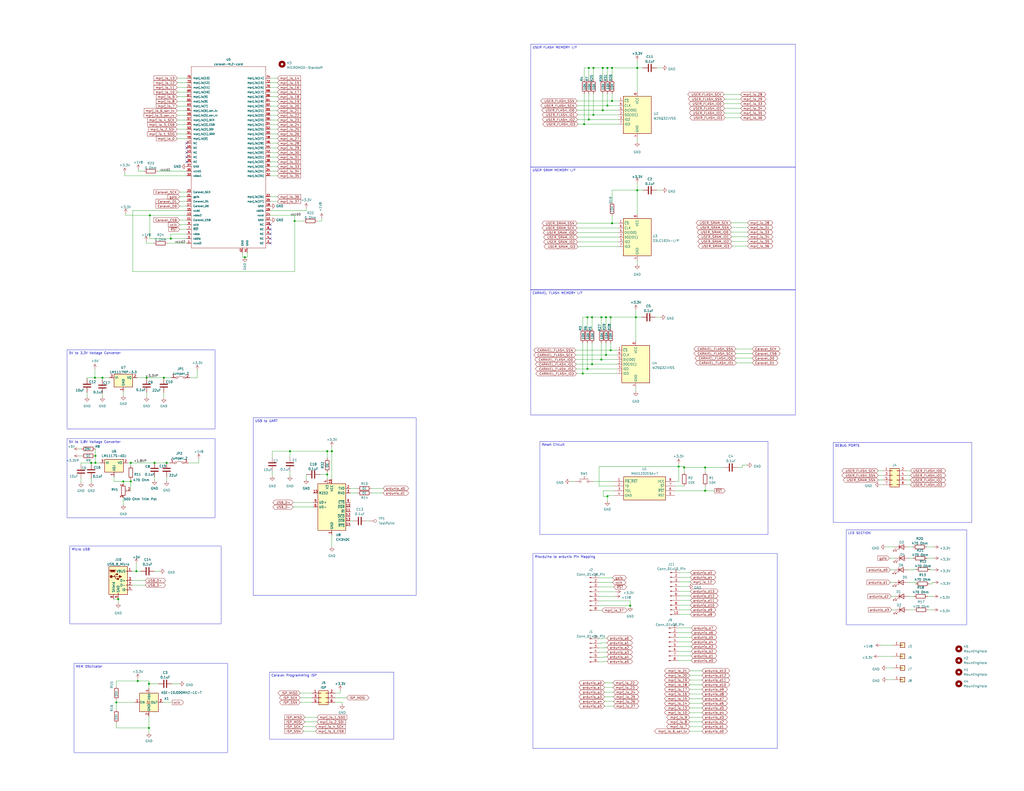
<source format=kicad_sch>
(kicad_sch (version 20230121) (generator eeschema)
  (paper "C")
  (title_block (date "2023-07-21") (rev "1.0.2"))
  (junction (at 347.726 37.084))
  (junction (at 81.28 373.38))
  (junction (at 71.374 262.89))
  (junction (at 178.562 259.08))
  (junction (at 334.01 55.118))
  (junction (at 328.93 37.084))
  (junction (at 80.01 206.248))
  (junction (at 67.31 262.89))
  (junction (at 321.31 37.084))
  (junction (at 323.088 173.228))
  (junction (at 133.604 140.462))
  (junction (at 323.85 37.084))
  (junction (at 331.47 57.658))
  (junction (at 84.328 252.73))
  (junction (at 384.81 267.97))
  (junction (at 323.85 62.738))
  (junction (at 75.184 371.856))
  (junction (at 320.548 201.422))
  (junction (at 334.01 121.92))
  (junction (at 330.708 193.802))
  (junction (at 331.47 37.084))
  (junction (at 331.47 271.018))
  (junction (at 160.782 120.65))
  (junction (at 323.088 198.882))
  (junction (at 370.332 254.762))
  (junction (at 71.374 252.73))
  (junction (at 343.916 330.708))
  (junction (at 81.788 117.602))
  (junction (at 318.77 67.818))
  (junction (at 74.422 311.912))
  (junction (at 89.408 206.248))
  (junction (at 333.248 173.228))
  (junction (at 63.5 383.54))
  (junction (at 52.07 252.73))
  (junction (at 333.248 191.262))
  (junction (at 318.008 203.962))
  (junction (at 328.93 60.198))
  (junction (at 328.168 196.342))
  (junction (at 330.708 173.228))
  (junction (at 181.102 246.38))
  (junction (at 49.784 252.73))
  (junction (at 93.218 130.302))
  (junction (at 90.932 252.73))
  (junction (at 334.01 37.084))
  (junction (at 328.168 173.228))
  (junction (at 158.242 246.38))
  (junction (at 64.516 327.152))
  (junction (at 81.28 397.51))
  (junction (at 347.726 103.886))
  (junction (at 51.816 206.248))
  (junction (at 384.81 255.27))
  (junction (at 178.562 246.38))
  (junction (at 52.07 248.92))
  (junction (at 321.31 65.278))
  (junction (at 346.964 173.228))
  (junction (at 320.548 173.228))
  (junction (at 55.88 206.248))
  (junction (at 373.38 255.27))
  (no_connect (at 101.854 85.852))
  (no_connect (at 101.854 80.772))
  (no_connect (at 101.854 78.232))
  (no_connect (at 147.574 122.682))
  (no_connect (at 101.854 88.392))
  (no_connect (at 147.574 130.302))
  (no_connect (at 101.854 83.312))
  (no_connect (at 147.574 125.222))
  (no_connect (at 147.574 127.762))
  (no_connect (at 147.574 132.842))
  (wire (pts (xy 334.01 55.118) (xy 337.566 55.118)))
  (wire (pts (xy 44.196 261.366) (xy 44.196 263.398)))
  (wire (pts (xy 343.916 330.708) (xy 343.916 328.168)))
  (wire (pts (xy 181.102 292.1) (xy 181.102 298.45)))
  (wire (pts (xy 376.428 381.508) (xy 383.032 381.508)))
  (wire (pts (xy 47.498 206.248) (xy 51.816 206.248)))
  (wire (pts (xy 330.708 173.228) (xy 333.248 173.228)))
  (wire (pts (xy 500.38 318.008) (xy 495.554 318.008)))
  (wire (pts (xy 175.514 119.126) (xy 175.514 120.65)))
  (wire (pts (xy 376.428 386.588) (xy 383.032 386.588)))
  (wire (pts (xy 44.196 252.73) (xy 49.784 252.73)))
  (wire (pts (xy 147.574 117.602) (xy 160.782 117.602)))
  (wire (pts (xy 160.782 120.65) (xy 165.608 120.65)))
  (wire (pts (xy 71.374 252.73) (xy 71.374 254.254)))
  (wire (pts (xy 370.078 345.44) (xy 377.19 345.44)))
  (wire (pts (xy 89.408 214.376) (xy 89.408 217.17)))
  (wire (pts (xy 178.562 246.38) (xy 181.102 246.38)))
  (wire (pts (xy 328.93 37.084) (xy 331.47 37.084)))
  (wire (pts (xy 370.078 358.14) (xy 377.19 358.14)))
  (wire (pts (xy 508.762 318.77) (xy 508.762 318.008)))
  (wire (pts (xy 329.184 361.188) (xy 331.216 361.188)))
  (wire (pts (xy 81.28 391.16) (xy 81.28 397.51)))
  (wire (pts (xy 494.538 264.668) (xy 496.824 264.668)))
  (wire (pts (xy 335.28 265.43) (xy 326.898 265.43)))
  (wire (pts (xy 331.216 351.028) (xy 328.168 351.028)))
  (wire (pts (xy 167.132 259.08) (xy 167.132 261.62)))
  (wire (pts (xy 330.708 193.802) (xy 336.804 193.802)))
  (wire (pts (xy 370.078 353.06) (xy 377.444 353.06)))
  (wire (pts (xy 132.334 140.462) (xy 132.334 137.922)))
  (wire (pts (xy 326.898 348.742) (xy 328.676 348.742)))
  (wire (pts (xy 479.298 259.588) (xy 481.838 259.588)))
  (wire (pts (xy 101.854 60.452) (xy 96.774 60.452)))
  (wire (pts (xy 498.602 310.896) (xy 498.602 311.15)))
  (wire (pts (xy 81.28 397.51) (xy 81.28 400.05)))
  (wire (pts (xy 331.47 57.658) (xy 337.566 57.658)))
  (wire (pts (xy 72.39 148.336) (xy 160.782 148.336)))
  (wire (pts (xy 496.062 332.994) (xy 498.856 332.994)))
  (wire (pts (xy 500.38 318.77) (xy 500.38 318.008)))
  (wire (pts (xy 181.102 243.84) (xy 181.102 246.38)))
  (wire (pts (xy 347.726 103.886) (xy 350.774 103.886)))
  (wire (pts (xy 373.38 255.27) (xy 373.38 254.762)))
  (wire (pts (xy 370.84 320.294) (xy 375.412 320.294)))
  (wire (pts (xy 81.788 130.302) (xy 81.788 117.602)))
  (wire (pts (xy 151.384 107.442) (xy 147.574 107.442)))
  (wire (pts (xy 314.452 198.882) (xy 323.088 198.882)))
  (wire (pts (xy 333.248 187.198) (xy 333.248 191.262)))
  (wire (pts (xy 68.58 117.602) (xy 81.788 117.602)))
  (wire (pts (xy 151.384 68.072) (xy 147.574 68.072)))
  (wire (pts (xy 401.828 198.12) (xy 410.464 198.12)))
  (wire (pts (xy 329.184 361.442) (xy 329.184 361.188)))
  (wire (pts (xy 63.5 397.51) (xy 63.5 394.97)))
  (wire (pts (xy 328.676 348.488) (xy 331.216 348.488)))
  (wire (pts (xy 151.384 42.672) (xy 147.574 42.672)))
  (wire (pts (xy 331.47 270.51) (xy 331.47 271.018)))
  (wire (pts (xy 81.788 117.602) (xy 101.854 117.602)))
  (wire (pts (xy 507.492 310.896) (xy 506.984 310.896)))
  (wire (pts (xy 147.574 115.062) (xy 167.132 115.062)))
  (wire (pts (xy 321.31 43.434) (xy 321.31 37.084)))
  (wire (pts (xy 395.478 61.722) (xy 404.114 61.722)))
  (wire (pts (xy 373.38 255.27) (xy 384.81 255.27)))
  (wire (pts (xy 81.28 397.51) (xy 63.5 397.51)))
  (wire (pts (xy 326.898 330.708) (xy 343.916 330.708)))
  (wire (pts (xy 51.816 206.248) (xy 55.88 206.248)))
  (wire (pts (xy 182.88 383.54) (xy 186.69 383.54)))
  (wire (pts (xy 376.428 373.888) (xy 383.032 373.888)))
  (wire (pts (xy 384.81 255.27) (xy 384.81 257.81)))
  (wire (pts (xy 376.428 399.288) (xy 383.032 399.288)))
  (wire (pts (xy 320.548 201.422) (xy 336.804 201.422)))
  (wire (pts (xy 47.498 214.376) (xy 47.498 216.662)))
  (wire (pts (xy 62.23 262.89) (xy 67.31 262.89)))
  (wire (pts (xy 97.79 373.38) (xy 93.98 373.38)))
  (wire (pts (xy 399.034 121.666) (xy 407.924 121.666)))
  (wire (pts (xy 71.374 262.89) (xy 71.374 267.97)))
  (wire (pts (xy 483.87 364.744) (xy 487.426 364.744)))
  (wire (pts (xy 148.59 257.302) (xy 148.59 259.842)))
  (wire (pts (xy 399.288 129.286) (xy 407.924 129.286)))
  (wire (pts (xy 151.384 45.212) (xy 147.574 45.212)))
  (wire (pts (xy 43.18 245.11) (xy 44.45 245.11)))
  (wire (pts (xy 68.072 96.012) (xy 101.854 96.012)))
  (wire (pts (xy 101.854 68.072) (xy 96.774 68.072)))
  (wire (pts (xy 399.288 124.206) (xy 407.924 124.206)))
  (wire (pts (xy 165.608 396.748) (xy 172.212 396.748)))
  (wire (pts (xy 405.13 255.27) (xy 405.13 254)))
  (wire (pts (xy 101.854 120.142) (xy 98.044 120.142)))
  (wire (pts (xy 101.854 125.222) (xy 98.044 125.222)))
  (wire (pts (xy 395.224 56.642) (xy 404.114 56.642)))
  (wire (pts (xy 315.214 62.738) (xy 323.85 62.738)))
  (wire (pts (xy 395.478 59.182) (xy 404.114 59.182)))
  (wire (pts (xy 370.078 342.9) (xy 377.19 342.9)))
  (wire (pts (xy 160.02 274.32) (xy 170.942 274.32)))
  (wire (pts (xy 370.84 315.214) (xy 376.682 315.214)))
  (wire (pts (xy 151.384 109.982) (xy 147.574 109.982)))
  (wire (pts (xy 329.692 358.648) (xy 331.216 358.648)))
  (wire (pts (xy 480.568 352.298) (xy 487.426 352.298)))
  (wire (pts (xy 182.88 378.46) (xy 185.674 378.46)))
  (wire (pts (xy 64.516 327.152) (xy 64.516 329.184)))
  (wire (pts (xy 84.328 252.73) (xy 90.932 252.73)))
  (wire (pts (xy 323.85 262.89) (xy 335.28 262.89)))
  (wire (pts (xy 347.726 75.438) (xy 347.726 77.47)))
  (wire (pts (xy 81.788 130.302) (xy 93.218 130.302)))
  (wire (pts (xy 51.816 201.422) (xy 51.816 206.248)))
  (wire (pts (xy 315.214 132.08) (xy 337.566 132.08)))
  (wire (pts (xy 323.088 187.198) (xy 323.088 198.882)))
  (wire (pts (xy 328.168 179.578) (xy 328.168 173.228)))
  (wire (pts (xy 334.01 103.886) (xy 334.01 110.236)))
  (wire (pts (xy 486.41 325.628) (xy 488.188 325.628)))
  (wire (pts (xy 49.784 252.73) (xy 52.07 252.73)))
  (wire (pts (xy 71.374 261.874) (xy 71.374 262.89)))
  (wire (pts (xy 331.47 273.558) (xy 331.47 271.018)))
  (wire (pts (xy 346.964 169.164) (xy 346.964 173.228)))
  (wire (pts (xy 328.168 351.282) (xy 326.898 351.282)))
  (wire (pts (xy 323.85 37.084) (xy 323.85 43.434)))
  (wire (pts (xy 71.374 267.97) (xy 71.12 267.97)))
  (wire (pts (xy 318.008 203.962) (xy 336.804 203.962)))
  (wire (pts (xy 163.83 383.54) (xy 170.18 383.54)))
  (wire (pts (xy 151.384 90.932) (xy 147.574 90.932)))
  (wire (pts (xy 314.96 57.658) (xy 331.47 57.658)))
  (wire (pts (xy 67.31 213.868) (xy 67.31 215.9)))
  (wire (pts (xy 151.384 85.852) (xy 147.574 85.852)))
  (wire (pts (xy 151.384 50.292) (xy 147.574 50.292)))
  (wire (pts (xy 318.008 187.198) (xy 318.008 203.962)))
  (wire (pts (xy 331.47 270.51) (xy 335.28 270.51)))
  (wire (pts (xy 314.198 193.802) (xy 330.708 193.802)))
  (wire (pts (xy 370.332 262.89) (xy 368.3 262.89)))
  (wire (pts (xy 486.664 332.994) (xy 488.442 332.994)))
  (wire (pts (xy 395.732 64.262) (xy 404.114 64.262)))
  (wire (pts (xy 101.854 73.152) (xy 96.774 73.152)))
  (wire (pts (xy 67.31 262.89) (xy 67.31 264.16)))
  (wire (pts (xy 318.77 37.084) (xy 321.31 37.084)))
  (wire (pts (xy 185.674 378.46) (xy 185.674 376.936)))
  (wire (pts (xy 329.946 377.952) (xy 334.772 377.952)))
  (wire (pts (xy 328.168 173.228) (xy 330.708 173.228)))
  (wire (pts (xy 500.38 318.77) (xy 499.618 318.77)))
  (wire (pts (xy 84.328 311.912) (xy 87.122 311.912)))
  (wire (pts (xy 181.102 246.38) (xy 181.102 261.62)))
  (wire (pts (xy 191.262 284.48) (xy 192.532 284.48)))
  (wire (pts (xy 174.752 259.08) (xy 178.562 259.08)))
  (wire (pts (xy 368.3 267.97) (xy 384.81 267.97)))
  (wire (pts (xy 81.28 371.856) (xy 81.28 373.38)))
  (wire (pts (xy 507.238 318.77) (xy 508.762 318.77)))
  (wire (pts (xy 401.574 190.5) (xy 410.464 190.5)))
  (wire (pts (xy 72.136 316.992) (xy 79.248 316.992)))
  (wire (pts (xy 506.476 332.994) (xy 509.27 332.994)))
  (wire (pts (xy 328.168 196.342) (xy 336.804 196.342)))
  (wire (pts (xy 330.454 353.568) (xy 331.216 353.568)))
  (wire (pts (xy 191.262 269.24) (xy 195.072 269.24)))
  (wire (pts (xy 160.782 120.65) (xy 160.782 117.602)))
  (wire (pts (xy 55.88 206.248) (xy 59.69 206.248)))
  (wire (pts (xy 318.008 173.228) (xy 318.008 179.578)))
  (wire (pts (xy 68.58 117.602) (xy 68.58 116.586)))
  (wire (pts (xy 63.5 383.54) (xy 73.66 383.54)))
  (wire (pts (xy 101.854 65.532) (xy 96.774 65.532)))
  (wire (pts (xy 370.84 325.374) (xy 376.682 325.374)))
  (wire (pts (xy 178.562 246.38) (xy 178.562 250.19)))
  (wire (pts (xy 182.88 381) (xy 189.23 381)))
  (wire (pts (xy 498.602 310.896) (xy 499.872 310.896)))
  (wire (pts (xy 314.96 121.92) (xy 334.01 121.92)))
  (wire (pts (xy 376.428 396.748) (xy 383.032 396.748)))
  (wire (pts (xy 323.85 62.738) (xy 337.566 62.738)))
  (wire (pts (xy 320.548 173.228) (xy 323.088 173.228)))
  (wire (pts (xy 328.93 60.198) (xy 337.566 60.198)))
  (wire (pts (xy 331.47 37.084) (xy 334.01 37.084)))
  (wire (pts (xy 160.02 276.86) (xy 170.942 276.86)))
  (wire (pts (xy 331.47 51.054) (xy 331.47 57.658)))
  (wire (pts (xy 61.976 327.152) (xy 64.516 327.152)))
  (wire (pts (xy 101.854 50.292) (xy 96.774 50.292)))
  (wire (pts (xy 494.538 259.588) (xy 496.824 259.588)))
  (wire (pts (xy 370.84 317.754) (xy 376.682 317.754)))
  (wire (pts (xy 326.898 315.468) (xy 334.264 315.468)))
  (wire (pts (xy 314.198 191.262) (xy 333.248 191.262)))
  (wire (pts (xy 72.39 115.062) (xy 101.854 115.062)))
  (wire (pts (xy 62.23 260.35) (xy 62.23 262.89)))
  (wire (pts (xy 75.438 93.472) (xy 75.438 92.456)))
  (wire (pts (xy 405.13 255.27) (xy 402.59 255.27)))
  (wire (pts (xy 329.946 372.872) (xy 334.518 372.872)))
  (wire (pts (xy 311.15 262.89) (xy 313.69 262.89)))
  (wire (pts (xy 84.328 260.35) (xy 84.328 262.128)))
  (wire (pts (xy 479.298 257.048) (xy 481.838 257.048)))
  (wire (pts (xy 318.008 173.228) (xy 320.548 173.228)))
  (wire (pts (xy 357.632 173.228) (xy 360.426 173.228)))
  (wire (pts (xy 329.946 383.032) (xy 334.772 383.032)))
  (wire (pts (xy 72.136 319.532) (xy 79.248 319.532)))
  (wire (pts (xy 506.984 310.896) (xy 506.984 311.15)))
  (wire (pts (xy 334.01 103.886) (xy 347.726 103.886)))
  (wire (pts (xy 186.69 383.54) (xy 186.69 384.556)))
  (wire (pts (xy 158.242 257.302) (xy 158.242 259.842)))
  (wire (pts (xy 484.124 371.094) (xy 487.426 371.094)))
  (wire (pts (xy 101.854 42.672) (xy 96.774 42.672)))
  (wire (pts (xy 93.218 127.762) (xy 93.218 130.302)))
  (wire (pts (xy 395.224 51.562) (xy 404.114 51.562)))
  (wire (pts (xy 329.946 380.492) (xy 334.772 380.492)))
  (wire (pts (xy 508.762 318.008) (xy 509.524 318.008)))
  (wire (pts (xy 151.384 62.992) (xy 147.574 62.992)))
  (wire (pts (xy 86.106 93.472) (xy 101.854 93.472)))
  (wire (pts (xy 315.468 134.62) (xy 337.566 134.62)))
  (wire (pts (xy 107.696 206.248) (xy 103.632 206.248)))
  (wire (pts (xy 166.37 394.208) (xy 172.974 394.208)))
  (wire (pts (xy 320.548 179.578) (xy 320.548 173.228)))
  (wire (pts (xy 328.93 51.054) (xy 328.93 60.198)))
  (wire (pts (xy 370.84 327.914) (xy 376.682 327.914)))
  (wire (pts (xy 358.394 37.084) (xy 361.188 37.084)))
  (wire (pts (xy 166.37 391.668) (xy 172.974 391.668)))
  (wire (pts (xy 323.088 198.882) (xy 336.804 198.882)))
  (wire (pts (xy 72.136 311.912) (xy 74.422 311.912)))
  (wire (pts (xy 346.964 211.582) (xy 346.964 213.614)))
  (wire (pts (xy 326.898 333.248) (xy 328.422 333.248)))
  (wire (pts (xy 89.408 206.248) (xy 93.472 206.248)))
  (wire (pts (xy 347.726 142.24) (xy 347.726 144.272)))
  (wire (pts (xy 315.214 65.278) (xy 321.31 65.278)))
  (wire (pts (xy 333.248 173.228) (xy 346.964 173.228)))
  (wire (pts (xy 506.984 311.15) (xy 509.524 311.15)))
  (wire (pts (xy 81.28 373.38) (xy 81.28 375.92)))
  (wire (pts (xy 151.384 96.012) (xy 147.574 96.012)))
  (wire (pts (xy 78.486 93.472) (xy 75.438 93.472)))
  (wire (pts (xy 329.692 358.902) (xy 329.692 358.648)))
  (wire (pts (xy 323.85 37.084) (xy 328.93 37.084)))
  (wire (pts (xy 329.184 267.97) (xy 329.184 271.018)))
  (wire (pts (xy 347.726 33.02) (xy 347.726 37.084)))
  (wire (pts (xy 333.248 173.228) (xy 333.248 179.578)))
  (wire (pts (xy 334.01 117.856) (xy 334.01 121.92)))
  (wire (pts (xy 368.3 265.43) (xy 373.38 265.43)))
  (wire (pts (xy 331.216 356.108) (xy 326.898 356.108)))
  (wire (pts (xy 326.898 323.088) (xy 336.042 323.088)))
  (wire (pts (xy 315.214 129.54) (xy 337.566 129.54)))
  (wire (pts (xy 376.428 394.208) (xy 383.032 394.208)))
  (wire (pts (xy 151.384 57.912) (xy 147.574 57.912)))
  (wire (pts (xy 101.854 107.442) (xy 98.044 107.442)))
  (wire (pts (xy 326.898 265.43) (xy 326.898 254.762)))
  (wire (pts (xy 151.384 70.612) (xy 147.574 70.612)))
  (wire (pts (xy 151.384 83.312) (xy 147.574 83.312)))
  (wire (pts (xy 485.902 311.15) (xy 487.934 311.15)))
  (wire (pts (xy 151.384 88.392) (xy 147.574 88.392)))
  (wire (pts (xy 323.088 173.228) (xy 323.088 179.578)))
  (wire (pts (xy 326.898 358.902) (xy 329.692 358.902)))
  (wire (pts (xy 314.198 196.342) (xy 328.168 196.342)))
  (wire (pts (xy 44.196 252.73) (xy 44.196 253.746)))
  (wire (pts (xy 148.59 249.682) (xy 148.59 246.38)))
  (wire (pts (xy 318.77 37.084) (xy 318.77 43.434)))
  (wire (pts (xy 90.932 252.73) (xy 92.71 252.73)))
  (wire (pts (xy 80.01 214.376) (xy 80.01 216.662)))
  (wire (pts (xy 376.428 384.048) (xy 383.032 384.048)))
  (wire (pts (xy 399.542 134.366) (xy 407.924 134.366)))
  (wire (pts (xy 321.31 37.084) (xy 323.85 37.084)))
  (wire (pts (xy 320.548 187.198) (xy 320.548 201.422)))
  (wire (pts (xy 158.242 246.38) (xy 178.562 246.38)))
  (wire (pts (xy 133.604 140.462) (xy 132.334 140.462)))
  (wire (pts (xy 496.062 304.8) (xy 498.348 304.8)))
  (wire (pts (xy 376.428 389.128) (xy 383.032 389.128)))
  (wire (pts (xy 55.88 214.884) (xy 55.88 216.662)))
  (wire (pts (xy 93.218 130.302) (xy 101.854 130.302)))
  (wire (pts (xy 370.078 360.68) (xy 377.19 360.68)))
  (wire (pts (xy 151.384 75.692) (xy 147.574 75.692)))
  (wire (pts (xy 63.5 371.856) (xy 75.184 371.856)))
  (wire (pts (xy 376.428 376.428) (xy 383.032 376.428)))
  (wire (pts (xy 370.078 355.6) (xy 377.19 355.6)))
  (wire (pts (xy 191.262 266.7) (xy 195.072 266.7)))
  (wire (pts (xy 399.034 126.746) (xy 407.924 126.746)))
  (wire (pts (xy 347.726 99.822) (xy 347.726 103.886)))
  (wire (pts (xy 495.808 325.628) (xy 498.602 325.628)))
  (wire (pts (xy 347.726 37.084) (xy 350.774 37.084)))
  (wire (pts (xy 318.77 67.818) (xy 337.566 67.818)))
  (wire (pts (xy 498.602 311.15) (xy 495.554 311.15)))
  (wire (pts (xy 370.332 254.762) (xy 370.332 262.89)))
  (wire (pts (xy 107.696 201.93) (xy 107.696 206.248)))
  (wire (pts (xy 494.538 262.128) (xy 496.824 262.128)))
  (wire (pts (xy 479.552 358.394) (xy 487.426 358.394)))
  (wire (pts (xy 108.458 250.444) (xy 108.458 252.73)))
  (wire (pts (xy 384.81 267.97) (xy 389.89 267.97)))
  (wire (pts (xy 79.756 132.842) (xy 83.82 132.842)))
  (wire (pts (xy 178.562 259.08) (xy 178.562 261.62)))
  (wire (pts (xy 52.07 252.73) (xy 54.61 252.73)))
  (wire (pts (xy 323.088 173.228) (xy 328.168 173.228)))
  (wire (pts (xy 326.898 325.628) (xy 335.788 325.628)))
  (wire (pts (xy 101.854 104.902) (xy 98.044 104.902)))
  (wire (pts (xy 328.93 43.434) (xy 328.93 37.084)))
  (wire (pts (xy 101.854 52.832) (xy 96.774 52.832)))
  (wire (pts (xy 326.898 318.008) (xy 334.264 318.008)))
  (wire (pts (xy 134.874 137.922) (xy 134.874 140.462)))
  (wire (pts (xy 347.726 116.84) (xy 347.726 103.886)))
  (wire (pts (xy 101.854 122.682) (xy 98.044 122.682)))
  (wire (pts (xy 330.454 353.822) (xy 330.454 353.568)))
  (wire (pts (xy 165.608 399.288) (xy 172.212 399.288)))
  (wire (pts (xy 485.902 318.008) (xy 487.934 318.008)))
  (wire (pts (xy 370.078 350.52) (xy 377.19 350.52)))
  (wire (pts (xy 321.31 65.278) (xy 337.566 65.278)))
  (wire (pts (xy 343.916 331.216) (xy 343.916 330.708)))
  (wire (pts (xy 314.96 60.198) (xy 328.93 60.198)))
  (wire (pts (xy 485.394 304.8) (xy 488.442 304.8)))
  (wire (pts (xy 202.692 269.24) (xy 209.042 269.24)))
  (wire (pts (xy 323.85 51.054) (xy 323.85 62.738)))
  (wire (pts (xy 328.168 351.028) (xy 328.168 351.282)))
  (wire (pts (xy 69.85 252.73) (xy 71.374 252.73)))
  (wire (pts (xy 52.07 248.92) (xy 52.07 252.73)))
  (wire (pts (xy 175.514 120.65) (xy 173.228 120.65)))
  (wire (pts (xy 101.854 70.612) (xy 96.774 70.612)))
  (wire (pts (xy 334.01 51.054) (xy 334.01 55.118)))
  (wire (pts (xy 505.714 298.704) (xy 509.524 298.704)))
  (wire (pts (xy 151.384 60.452) (xy 147.574 60.452)))
  (wire (pts (xy 370.078 347.98) (xy 377.19 347.98)))
  (wire (pts (xy 80.01 206.248) (xy 80.01 206.756)))
  (wire (pts (xy 328.168 187.198) (xy 328.168 196.342)))
  (wire (pts (xy 74.422 307.594) (xy 74.422 311.912)))
  (wire (pts (xy 163.83 381) (xy 170.18 381)))
  (wire (pts (xy 200.152 284.48) (xy 201.422 284.48)))
  (wire (pts (xy 158.242 249.682) (xy 158.242 246.38)))
  (wire (pts (xy 72.39 115.062) (xy 72.39 148.336)))
  (wire (pts (xy 90.932 260.35) (xy 90.932 262.636)))
  (wire (pts (xy 331.47 37.084) (xy 331.47 43.434)))
  (wire (pts (xy 479.298 262.128) (xy 481.838 262.128)))
  (wire (pts (xy 93.218 127.762) (xy 101.854 127.762)))
  (wire (pts (xy 151.384 65.532) (xy 147.574 65.532)))
  (wire (pts (xy 395.478 54.102) (xy 404.114 54.102)))
  (wire (pts (xy 376.428 378.968) (xy 383.032 378.968)))
  (wire (pts (xy 163.83 378.46) (xy 170.18 378.46)))
  (wire (pts (xy 67.31 271.78) (xy 67.31 275.59)))
  (wire (pts (xy 68.072 96.012) (xy 68.072 94.234)))
  (wire (pts (xy 376.428 371.348) (xy 383.032 371.348)))
  (wire (pts (xy 483.362 298.704) (xy 488.188 298.704)))
  (wire (pts (xy 370.84 312.674) (xy 376.682 312.674)))
  (wire (pts (xy 108.458 252.73) (xy 102.87 252.73)))
  (wire (pts (xy 326.898 328.168) (xy 343.916 328.168)))
  (wire (pts (xy 75.184 370.586) (xy 75.184 371.856)))
  (wire (pts (xy 101.854 75.692) (xy 96.774 75.692)))
  (wire (pts (xy 151.384 47.752) (xy 147.574 47.752)))
  (wire (pts (xy 148.59 246.38) (xy 158.242 246.38)))
  (wire (pts (xy 347.726 50.038) (xy 347.726 37.084)))
  (wire (pts (xy 330.708 173.228) (xy 330.708 179.578)))
  (wire (pts (xy 370.84 322.834) (xy 376.682 322.834)))
  (wire (pts (xy 505.968 304.8) (xy 509.524 304.8)))
  (wire (pts (xy 376.428 391.668) (xy 383.032 391.668)))
  (wire (pts (xy 101.854 55.372) (xy 96.774 55.372)))
  (wire (pts (xy 326.898 361.442) (xy 329.184 361.442)))
  (wire (pts (xy 370.332 253.238) (xy 370.332 254.762)))
  (wire (pts (xy 314.96 55.118) (xy 334.01 55.118)))
  (wire (pts (xy 89.408 206.248) (xy 89.408 206.756)))
  (wire (pts (xy 373.38 257.81) (xy 373.38 255.27)))
  (wire (pts (xy 346.964 173.228) (xy 350.012 173.228)))
  (wire (pts (xy 334.01 121.92) (xy 337.566 121.92)))
  (wire (pts (xy 401.574 193.04) (xy 410.464 193.04)))
  (wire (pts (xy 370.84 330.454) (xy 376.682 330.454)))
  (wire (pts (xy 79.756 131.572) (xy 79.756 132.842)))
  (wire (pts (xy 88.9 383.54) (xy 93.98 383.54)))
  (wire (pts (xy 326.898 320.548) (xy 335.026 320.548)))
  (wire (pts (xy 314.96 124.46) (xy 337.566 124.46)))
  (wire (pts (xy 91.44 132.842) (xy 101.854 132.842)))
  (wire (pts (xy 101.854 62.992) (xy 96.774 62.992)))
  (wire (pts (xy 376.428 366.268) (xy 383.032 366.268)))
  (wire (pts (xy 202.692 266.7) (xy 209.042 266.7)))
  (wire (pts (xy 47.498 206.756) (xy 47.498 206.248)))
  (wire (pts (xy 81.28 373.38) (xy 86.36 373.38)))
  (wire (pts (xy 101.854 112.522) (xy 98.044 112.522)))
  (wire (pts (xy 494.538 257.048) (xy 496.824 257.048)))
  (wire (pts (xy 178.562 257.81) (xy 178.562 259.08)))
  (wire (pts (xy 52.07 245.11) (xy 52.07 248.92)))
  (wire (pts (xy 333.248 191.262) (xy 336.804 191.262)))
  (wire (pts (xy 151.384 80.772) (xy 147.574 80.772)))
  (wire (pts (xy 384.81 265.43) (xy 384.81 267.97)))
  (wire (pts (xy 330.708 187.198) (xy 330.708 193.802)))
  (wire (pts (xy 63.5 383.54) (xy 63.5 387.35)))
  (wire (pts (xy 67.31 262.89) (xy 71.374 262.89)))
  (wire (pts (xy 321.31 51.054) (xy 321.31 65.278)))
  (wire (pts (xy 376.428 368.808) (xy 383.032 368.808)))
  (wire (pts (xy 335.28 267.97) (xy 329.184 267.97)))
  (wire (pts (xy 384.81 255.27) (xy 394.97 255.27)))
  (wire (pts (xy 101.854 57.912) (xy 96.774 57.912)))
  (wire (pts (xy 326.898 356.108) (xy 326.898 356.362)))
  (wire (pts (xy 373.38 254.762) (xy 370.332 254.762)))
  (wire (pts (xy 101.854 109.982) (xy 98.044 109.982)))
  (wire (pts (xy 74.422 311.912) (xy 76.708 311.912)))
  (wire (pts (xy 314.452 201.422) (xy 320.548 201.422)))
  (wire (pts (xy 75.184 371.856) (xy 81.28 371.856)))
  (wire (pts (xy 326.898 353.822) (xy 330.454 353.822)))
  (wire (pts (xy 328.676 348.742) (xy 328.676 348.488)))
  (wire (pts (xy 74.93 206.248) (xy 80.01 206.248)))
  (wire (pts (xy 399.288 131.826) (xy 407.924 131.826)))
  (wire (pts (xy 326.898 254.762) (xy 370.332 254.762)))
  (wire (pts (xy 151.384 93.472) (xy 147.574 93.472)))
  (wire (pts (xy 151.384 73.152) (xy 147.574 73.152)))
  (wire (pts (xy 334.01 37.084) (xy 334.01 43.434)))
  (wire (pts (xy 151.384 78.232) (xy 147.574 78.232)))
  (wire (pts (xy 63.5 371.856) (xy 63.5 374.65)))
  (wire (pts (xy 167.132 113.538) (xy 167.132 115.062)))
  (wire (pts (xy 370.84 332.994) (xy 376.682 332.994)))
  (wire (pts (xy 370.84 335.534) (xy 376.682 335.534)))
  (wire (pts (xy 405.13 254) (xy 407.67 254)))
  (wire (pts (xy 318.77 51.054) (xy 318.77 67.818)))
  (wire (pts (xy 151.384 55.372) (xy 147.574 55.372)))
  (wire (pts (xy 480.314 264.668) (xy 481.838 264.668)))
  (wire (pts (xy 315.468 67.818) (xy 318.77 67.818)))
  (wire (pts (xy 329.946 385.572) (xy 334.772 385.572)))
  (wire (pts (xy 101.854 45.212) (xy 96.774 45.212)))
  (wire (pts (xy 80.01 206.248) (xy 89.408 206.248)))
  (wire (pts (xy 334.01 37.084) (xy 347.726 37.084)))
  (wire (pts (xy 134.874 140.462) (xy 133.604 140.462)))
  (wire (pts (xy 63.5 382.27) (xy 63.5 383.54)))
  (wire (pts (xy 314.706 203.962) (xy 318.008 203.962)))
  (wire (pts (xy 329.946 375.412) (xy 334.518 375.412)))
  (wire (pts (xy 314.96 127) (xy 337.566 127)))
  (wire (pts (xy 495.808 298.704) (xy 498.094 298.704)))
  (wire (pts (xy 160.782 148.336) (xy 160.782 120.65)))
  (wire (pts (xy 49.784 261.112) (xy 49.784 263.398)))
  (wire (pts (xy 43.18 248.92) (xy 44.45 248.92)))
  (wire (pts (xy 346.964 186.182) (xy 346.964 173.228)))
  (wire (pts (xy 506.222 325.628) (xy 509.27 325.628)))
  (wire (pts (xy 401.574 195.58) (xy 410.464 195.58)))
  (wire (pts (xy 71.374 252.73) (xy 84.328 252.73)))
  (wire (pts (xy 151.384 52.832) (xy 147.574 52.832)))
  (wire (pts (xy 329.184 271.018) (xy 331.47 271.018)))
  (wire (pts (xy 101.854 47.752) (xy 96.774 47.752)))
  (wire (pts (xy 49.784 253.492) (xy 49.784 252.73)))
  (wire (pts (xy 55.88 207.264) (xy 55.88 206.248)))
  (wire (pts (xy 358.394 103.886) (xy 361.188 103.886)))
  (text_box "MEM OScillator" (at 40.386 362.204 0) (size 83.82 48.768) (effects (font (size 1.27 1.27)) (justify left top)))
  (text_box "5V to 3.3V Voltage Converter" (at 36.576 191.008 0) (size 80.772 43.18) (effects (font (size 1.27 1.27)) (justify left top)))
  (text_box "LED SECTION" (at 461.772 289.306 0) (size 65.786 51.816) (effects (font (size 1.27 1.27)) (justify left top)))
  (text_box "Riscduino to ardunio Pin Mapping" (at 290.83 302.26 0) (size 133.35 106.426) (effects (font (size 1.27 1.27)) (justify left top)))
  (text_box "Micro USB" (at 38.1 298.196 0) (size 82.55 42.418) (effects (font (size 1.27 1.27)) (justify left top)))
  (text_box "USB to UART" (at 138.176 228.092 0) (size 88.9 97.028) (effects (font (size 1.27 1.27)) (justify left top)))
  (text_box "USER SRAM MEMORY I/F" (at 289.56 91.186 0) (size 144.526 67.056) (effects (font (size 1.27 1.27)) (justify left top)))
  (text_box "DEBUG PORTS" (at 454.66 241.554 0) (size 75.692 43.688) (effects (font (size 1.27 1.27)) (justify left top)))
  (text_box "Caravel Programming ISP" (at 147.066 367.03 0) (size 67.818 36.576) (effects (font (size 1.27 1.27)) (justify left top)))
  (text_box "USER FLASH MEMORY I/F" (at 289.56 24.13 0) (size 144.526 67.056) (effects (font (size 1.27 1.27)) (justify left top)))
  (text_box "5V to 1.8V Voltage Converter" (at 36.576 239.522 0) (size 80.772 43.18) (effects (font (size 1.27 1.27)) (justify left top)))
  (text_box "Reset Circuit" (at 294.64 241.046 0) (size 124.46 50.8) (effects (font (size 1.27 1.27)) (justify left top)))
  (text_box "CARAVEL FLASH MEMORY I/F" (at 289.56 158.242 0) (size 144.526 68.326) (effects (font (size 1.27 1.27)) (justify left top)))
  (label "vccd2" (at 95.504 133.096 0))
  (label "+1.8VP" (at 72.898 252.73 0))
  (label "vccd1" (at 87.376 93.726 0))
  (label "+3.3VP" (at 79.248 206.248 0))
  (label "vccd0" (at 158.496 118.11 0))
  (global_label "gpio" (shape input) (at 98.044 107.442 180) (property "Intersheetrefs" "${INTERSHEET_REFS}" (effects hide)))
  (global_label "USER_FLASH_SCK" (shape bidirectional) (at 395.224 51.562 180) (property "Intersheetrefs" "${INTERSHEET_REFS}" (effects hide)))
  (global_label "ardunio_d1" (shape input) (at 485.902 318.008 180) (property "Intersheetrefs" "${INTERSHEET_REFS}" (effects hide)))
  (global_label "ardunio_a1" (shape bidirectional) (at 331.216 351.028 0) (property "Intersheetrefs" "${INTERSHEET_REFS}" (effects hide)))
  (global_label "USER_FLASH_SSN" (shape bidirectional) (at 314.96 55.118 180) (property "Intersheetrefs" "${INTERSHEET_REFS}" (effects hide)))
  (global_label "ardunio_d6" (shape bidirectional) (at 383.032 384.048 0) (property "Intersheetrefs" "${INTERSHEET_REFS}" (effects hide)))
  (global_label "mprj_io_24" (shape bidirectional) (at 334.772 377.952 0) (property "Intersheetrefs" "${INTERSHEET_REFS}" (effects hide)))
  (global_label "ISP_MISO" (shape bidirectional) (at 163.83 378.46 180) (property "Intersheetrefs" "${INTERSHEET_REFS}" (effects hide)))
  (global_label "mprj_io_2_SDI" (shape input) (at 96.774 70.612 180) (property "Intersheetrefs" "${INTERSHEET_REFS}" (effects hide)))
  (global_label "ardunio_d7" (shape bidirectional) (at 377.19 342.9 0) (property "Intersheetrefs" "${INTERSHEET_REFS}" (effects hide)))
  (global_label "ardunio_d1" (shape bidirectional) (at 383.032 396.748 0) (property "Intersheetrefs" "${INTERSHEET_REFS}" (effects hide)))
  (global_label "ardunio_a3" (shape bidirectional) (at 331.216 356.108 0) (property "Intersheetrefs" "${INTERSHEET_REFS}" (effects hide)))
  (global_label "USER_FLASH_SCK" (shape bidirectional) (at 479.298 257.048 180) (property "Intersheetrefs" "${INTERSHEET_REFS}" (effects hide)))
  (global_label "mprj_io_1_SDO" (shape input) (at 96.774 73.152 180) (property "Intersheetrefs" "${INTERSHEET_REFS}" (effects hide)))
  (global_label "mprj_io_5_ser_rx" (shape input) (at 96.774 62.992 180) (property "Intersheetrefs" "${INTERSHEET_REFS}" (effects hide)))
  (global_label "mprj_io_16" (shape bidirectional) (at 376.428 378.968 180) (property "Intersheetrefs" "${INTERSHEET_REFS}" (effects hide)))
  (global_label "ardunio_a1" (shape bidirectional) (at 329.946 375.412 180) (property "Intersheetrefs" "${INTERSHEET_REFS}" (effects hide)))
  (global_label "USB_D-" (shape bidirectional) (at 79.248 319.532 0) (property "Intersheetrefs" "${INTERSHEET_REFS}" (effects hide)))
  (global_label "ardunio_d5" (shape bidirectional) (at 377.19 347.98 0) (property "Intersheetrefs" "${INTERSHEET_REFS}" (effects hide)))
  (global_label "mprj_io_22" (shape bidirectional) (at 334.518 372.872 0) (property "Intersheetrefs" "${INTERSHEET_REFS}" (effects hide)))
  (global_label "ISP_SCK" (shape bidirectional) (at 163.83 381 180) (property "Intersheetrefs" "${INTERSHEET_REFS}" (effects hide)))
  (global_label "ardunio_d1" (shape bidirectional) (at 209.042 269.24 0) (property "Intersheetrefs" "${INTERSHEET_REFS}" (effects hide)))
  (global_label "mprj_io_14" (shape input) (at 151.384 42.672 0) (property "Intersheetrefs" "${INTERSHEET_REFS}" (effects hide)))
  (global_label "mprj_io_10" (shape input) (at 96.774 50.292 180) (property "Intersheetrefs" "${INTERSHEET_REFS}" (effects hide)))
  (global_label "USER_FLASH_SSN" (shape bidirectional) (at 395.478 54.102 180) (property "Intersheetrefs" "${INTERSHEET_REFS}" (effects hide)))
  (global_label "mprj_io_7" (shape input) (at 96.774 57.912 180) (property "Intersheetrefs" "${INTERSHEET_REFS}" (effects hide)))
  (global_label "ardunio_a3" (shape bidirectional) (at 329.946 380.492 180) (property "Intersheetrefs" "${INTERSHEET_REFS}" (effects hide)))
  (global_label "mprj_io_6_ser_tx" (shape bidirectional) (at 376.428 399.288 180) (property "Intersheetrefs" "${INTERSHEET_REFS}" (effects hide)))
  (global_label "mprj_io_7" (shape bidirectional) (at 376.428 396.748 180) (property "Intersheetrefs" "${INTERSHEET_REFS}" (effects hide)))
  (global_label "mprj_io_28" (shape bidirectional) (at 404.114 51.562 0) (property "Intersheetrefs" "${INTERSHEET_REFS}" (effects hide)))
  (global_label "mprj_io_8" (shape bidirectional) (at 376.428 394.208 180) (property "Intersheetrefs" "${INTERSHEET_REFS}" (effects hide)))
  (global_label "mprj_io_25" (shape bidirectional) (at 334.772 380.492 0) (property "Intersheetrefs" "${INTERSHEET_REFS}" (effects hide)))
  (global_label "mprj_io_3_CSB" (shape input) (at 96.774 68.072 180) (property "Intersheetrefs" "${INTERSHEET_REFS}" (effects hide)))
  (global_label "ardunio_d11" (shape bidirectional) (at 383.032 371.348 0) (property "Intersheetrefs" "${INTERSHEET_REFS}" (effects hide)))
  (global_label "ardunio_a5" (shape bidirectional) (at 329.946 385.572 180) (property "Intersheetrefs" "${INTERSHEET_REFS}" (effects hide)))
  (global_label "USER_FLASH_IO2" (shape bidirectional) (at 395.478 61.722 180) (property "Intersheetrefs" "${INTERSHEET_REFS}" (effects hide)))
  (global_label "ardunio_a0" (shape bidirectional) (at 331.216 348.488 0) (property "Intersheetrefs" "${INTERSHEET_REFS}" (effects hide)))
  (global_label "Caravel_CSB" (shape bidirectional) (at 410.464 193.04 0) (property "Intersheetrefs" "${INTERSHEET_REFS}" (effects hide)))
  (global_label "ardunio_d3" (shape bidirectional) (at 377.19 353.06 0) (property "Intersheetrefs" "${INTERSHEET_REFS}" (effects hide)))
  (global_label "Caravel_SCK" (shape bidirectional) (at 410.464 190.5 0) (property "Intersheetrefs" "${INTERSHEET_REFS}" (effects hide)))
  (global_label "mprj_io_2_SDI" (shape input) (at 172.974 394.208 0) (property "Intersheetrefs" "${INTERSHEET_REFS}" (effects hide)))
  (global_label "USER_SRAM_SSN" (shape bidirectional) (at 399.288 124.206 180) (property "Intersheetrefs" "${INTERSHEET_REFS}" (effects hide)))
  (global_label "ISP_SCK" (shape input) (at 165.608 396.748 180) (property "Intersheetrefs" "${INTERSHEET_REFS}" (effects hide)))
  (global_label "CARAVEL_FLASH_IO1" (shape bidirectional) (at 401.828 198.12 180) (property "Intersheetrefs" "${INTERSHEET_REFS}" (effects hide)))
  (global_label "mprj_io_29" (shape bidirectional) (at 404.114 54.102 0) (property "Intersheetrefs" "${INTERSHEET_REFS}" (effects hide)))
  (global_label "mprj_io_35" (shape bidirectional) (at 404.114 61.722 0) (property "Intersheetrefs" "${INTERSHEET_REFS}" (effects hide)))
  (global_label "USB_D+" (shape bidirectional) (at 79.248 316.992 0) (property "Intersheetrefs" "${INTERSHEET_REFS}" (effects hide)))
  (global_label "ardunio_d6" (shape bidirectional) (at 377.19 345.44 0) (property "Intersheetrefs" "${INTERSHEET_REFS}" (effects hide)))
  (global_label "USER_FLASH_IO1" (shape bidirectional) (at 395.478 59.182 180) (property "Intersheetrefs" "${INTERSHEET_REFS}" (effects hide)))
  (global_label "USER_SRAM_IO0" (shape bidirectional) (at 399.034 126.746 180) (property "Intersheetrefs" "${INTERSHEET_REFS}" (effects hide)))
  (global_label "USB_D+" (shape bidirectional) (at 160.02 274.32 180) (property "Intersheetrefs" "${INTERSHEET_REFS}" (effects hide)))
  (global_label "USER_SRAM_IO1" (shape bidirectional) (at 315.214 129.54 180) (property "Intersheetrefs" "${INTERSHEET_REFS}" (effects hide)))
  (global_label "CARAVEL_FLASH_IO2" (shape bidirectional) (at 314.452 201.422 180) (property "Intersheetrefs" "${INTERSHEET_REFS}" (effects hide)))
  (global_label "ardunio_d9" (shape bidirectional) (at 383.032 376.428 0) (property "Intersheetrefs" "${INTERSHEET_REFS}" (effects hide)))
  (global_label "CARAVEL_FLASH_SCK" (shape bidirectional) (at 401.574 193.04 180) (property "Intersheetrefs" "${INTERSHEET_REFS}" (effects hide)))
  (global_label "ardunio_d10" (shape bidirectional) (at 376.682 330.454 0) (property "Intersheetrefs" "${INTERSHEET_REFS}" (effects hide)))
  (global_label "mprj_io_17" (shape bidirectional) (at 376.428 376.428 180) (property "Intersheetrefs" "${INTERSHEET_REFS}" (effects hide)))
  (global_label "mprj_io_26" (shape bidirectional) (at 334.772 383.032 0) (property "Intersheetrefs" "${INTERSHEET_REFS}" (effects hide)))
  (global_label "ISP_SSN" (shape bidirectional) (at 163.83 383.54 180) (property "Intersheetrefs" "${INTERSHEET_REFS}" (effects hide)))
  (global_label "mprj_io_14" (shape bidirectional) (at 376.428 384.048 180) (property "Intersheetrefs" "${INTERSHEET_REFS}" (effects hide)))
  (global_label "USER_SRAM_SSN" (shape bidirectional) (at 314.96 121.92 180) (property "Intersheetrefs" "${INTERSHEET_REFS}" (effects hide)))
  (global_label "ardunio_d7" (shape bidirectional) (at 383.032 381.508 0) (property "Intersheetrefs" "${INTERSHEET_REFS}" (effects hide)))
  (global_label "mprj_io_36" (shape bidirectional) (at 407.924 134.366 0) (property "Intersheetrefs" "${INTERSHEET_REFS}" (effects hide)))
  (global_label "mprj_io_31" (shape input) (at 151.384 85.852 0) (property "Intersheetrefs" "${INTERSHEET_REFS}" (effects hide)))
  (global_label "mprj_io_4_SCK" (shape input) (at 172.212 396.748 0) (property "Intersheetrefs" "${INTERSHEET_REFS}" (effects hide)))
  (global_label "Caravel_CSB" (shape input) (at 98.044 120.142 180) (property "Intersheetrefs" "${INTERSHEET_REFS}" (effects hide)))
  (global_label "ardunio_a5" (shape bidirectional) (at 376.682 312.674 0) (property "Intersheetrefs" "${INTERSHEET_REFS}" (effects hide)))
  (global_label "ardunio_a4" (shape bidirectional) (at 329.946 383.032 180) (property "Intersheetrefs" "${INTERSHEET_REFS}" (effects hide)))
  (global_label "CARAVEL_FLASH_IO0" (shape bidirectional) (at 314.198 196.342 180) (property "Intersheetrefs" "${INTERSHEET_REFS}" (effects hide)))
  (global_label "ardunio_d13" (shape bidirectional) (at 376.682 322.834 0) (property "Intersheetrefs" "${INTERSHEET_REFS}" (effects hide)))
  (global_label "USER_SRAM_IO2" (shape bidirectional) (at 399.288 131.826 180) (property "Intersheetrefs" "${INTERSHEET_REFS}" (effects hide)))
  (global_label "ardunio_d0" (shape bidirectional) (at 377.19 360.68 0) (property "Intersheetrefs" "${INTERSHEET_REFS}" (effects hide)))
  (global_label "USER_FLASH_IO2" (shape bidirectional) (at 496.824 262.128 0) (property "Intersheetrefs" "${INTERSHEET_REFS}" (effects hide)))
  (global_label "USER_FLASH_SSN" (shape bidirectional) (at 479.298 259.588 180) (property "Intersheetrefs" "${INTERSHEET_REFS}" (effects hide)))
  (global_label "mprj_io_33" (shape bidirectional) (at 407.924 126.746 0) (property "Intersheetrefs" "${INTERSHEET_REFS}" (effects hide)))
  (global_label "USER_FLASH_IO2" (shape bidirectional) (at 315.214 65.278 180) (property "Intersheetrefs" "${INTERSHEET_REFS}" (effects hide)))
  (global_label "mprj_io_35" (shape input) (at 151.384 96.012 0) (property "Intersheetrefs" "${INTERSHEET_REFS}" (effects hide)))
  (global_label "mprj_io_28" (shape input) (at 151.384 78.232 0) (property "Intersheetrefs" "${INTERSHEET_REFS}" (effects hide)))
  (global_label "mprj_io_8" (shape input) (at 96.774 55.372 180) (property "Intersheetrefs" "${INTERSHEET_REFS}" (effects hide)))
  (global_label "xclk" (shape input) (at 98.044 122.682 180) (property "Intersheetrefs" "${INTERSHEET_REFS}" (effects hide)))
  (global_label "mprj_io_18" (shape input) (at 151.384 52.832 0) (property "Intersheetrefs" "${INTERSHEET_REFS}" (effects hide)))
  (global_label "mprj_io_37" (shape bidirectional) (at 328.422 333.248 0) (property "Intersheetrefs" "${INTERSHEET_REFS}" (effects hide)))
  (global_label "mprj_io_33" (shape input) (at 151.384 90.932 0) (property "Intersheetrefs" "${INTERSHEET_REFS}" (effects hide)))
  (global_label "ardunio_d10" (shape bidirectional) (at 383.032 373.888 0) (property "Intersheetrefs" "${INTERSHEET_REFS}" (effects hide)))
  (global_label "USER_FLASH_IO0" (shape bidirectional) (at 395.224 56.642 180) (property "Intersheetrefs" "${INTERSHEET_REFS}" (effects hide)))
  (global_label "ardunio_d3" (shape bidirectional) (at 383.032 391.668 0) (property "Intersheetrefs" "${INTERSHEET_REFS}" (effects hide)))
  (global_label "mprj_io_20" (shape bidirectional) (at 376.428 368.808 180) (property "Intersheetrefs" "${INTERSHEET_REFS}" (effects hide)))
  (global_label "mprj_io_33" (shape bidirectional) (at 404.114 56.642 0) (property "Intersheetrefs" "${INTERSHEET_REFS}" (effects hide)))
  (global_label "mprj_io_36" (shape input) (at 151.384 107.442 0) (property "Intersheetrefs" "${INTERSHEET_REFS}" (effects hide)))
  (global_label "mprj_io_6_ser_tx" (shape input) (at 96.774 60.452 180) (property "Intersheetrefs" "${INTERSHEET_REFS}" (effects hide)))
  (global_label "ardunio_a4" (shape bidirectional) (at 331.216 358.648 0) (property "Intersheetrefs" "${INTERSHEET_REFS}" (effects hide)))
  (global_label "mprj_io_10" (shape bidirectional) (at 376.428 389.128 180) (property "Intersheetrefs" "${INTERSHEET_REFS}" (effects hide)))
  (global_label "mprj_io_25" (shape input) (at 151.384 70.612 0) (property "Intersheetrefs" "${INTERSHEET_REFS}" (effects hide)))
  (global_label "mprj_io_36" (shape bidirectional) (at 404.114 64.262 0) (property "Intersheetrefs" "${INTERSHEET_REFS}" (effects hide)))
  (global_label "mprj_io_24" (shape input) (at 151.384 68.072 0) (property "Intersheetrefs" "${INTERSHEET_REFS}" (effects hide)))
  (global_label "mprj_io_23" (shape input) (at 151.384 65.532 0) (property "Intersheetrefs" "${INTERSHEET_REFS}" (effects hide)))
  (global_label "CARAVEL_FLASH_IO3" (shape bidirectional) (at 314.706 203.962 180) (property "Intersheetrefs" "${INTERSHEET_REFS}" (effects hide)))
  (global_label "ardunio_a4" (shape bidirectional) (at 376.682 315.214 0) (property "Intersheetrefs" "${INTERSHEET_REFS}" (effects hide)))
  (global_label "mprj_io_17" (shape input) (at 151.384 50.292 0) (property "Intersheetrefs" "${INTERSHEET_REFS}" (effects hide)))
  (global_label "mprj_io_34" (shape bidirectional) (at 404.114 59.182 0) (property "Intersheetrefs" "${INTERSHEET_REFS}" (effects hide)))
  (global_label "mprj_io_4_SCK" (shape input) (at 96.774 65.532 180) (property "Intersheetrefs" "${INTERSHEET_REFS}" (effects hide)))
  (global_label "mprj_io_19" (shape bidirectional) (at 376.428 371.348 180) (property "Intersheetrefs" "${INTERSHEET_REFS}" (effects hide)))
  (global_label "xclk" (shape bidirectional) (at 334.264 318.008 0) (property "Intersheetrefs" "${INTERSHEET_REFS}" (effects hide)))
  (global_label "mprj_io_34" (shape input) (at 151.384 93.472 0) (property "Intersheetrefs" "${INTERSHEET_REFS}" (effects hide)))
  (global_label "USB_D-" (shape bidirectional) (at 160.02 276.86 180) (property "Intersheetrefs" "${INTERSHEET_REFS}" (effects hide)))
  (global_label "USER_SRAM_IO0" (shape bidirectional) (at 314.96 127 180) (property "Intersheetrefs" "${INTERSHEET_REFS}" (effects hide)))
  (global_label "mprj_io_27" (shape input) (at 151.384 75.692 0) (property "Intersheetrefs" "${INTERSHEET_REFS}" (effects hide)))
  (global_label "USER_SRAM_IO3" (shape bidirectional) (at 399.542 134.366 180) (property "Intersheetrefs" "${INTERSHEET_REFS}" (effects hide)))
  (global_label "USER_SRAM_SSN" (shape bidirectional) (at 479.298 262.128 180) (property "Intersheetrefs" "${INTERSHEET_REFS}" (effects hide)))
  (global_label "USER_SRAM_IO1" (shape bidirectional) (at 399.288 129.286 180) (property "Intersheetrefs" "${INTERSHEET_REFS}" (effects hide)))
  (global_label "CARAVEL_FLASH_SSN" (shape bidirectional) (at 314.198 191.262 180) (property "Intersheetrefs" "${INTERSHEET_REFS}" (effects hide)))
  (global_label "ardunio_d2" (shape input) (at 486.41 325.628 180) (property "Intersheetrefs" "${INTERSHEET_REFS}" (effects hide)))
  (global_label "mprj_io_21" (shape bidirectional) (at 376.428 366.268 180) (property "Intersheetrefs" "${INTERSHEET_REFS}" (effects hide)))
  (global_label "mprj_io_28" (shape bidirectional) (at 407.924 121.666 0) (property "Intersheetrefs" "${INTERSHEET_REFS}" (effects hide)))
  (global_label "ardunio_a0" (shape bidirectional) (at 329.946 372.872 180) (property "Intersheetrefs" "${INTERSHEET_REFS}" (effects hide)))
  (global_label "mprj_io_13" (shape bidirectional) (at 376.428 386.588 180) (property "Intersheetrefs" "${INTERSHEET_REFS}" (effects hide)))
  (global_label "ISP_MISO" (shape input) (at 166.37 391.668 180) (property "Intersheetrefs" "${INTERSHEET_REFS}" (effects hide)))
  (global_label "gpio" (shape input) (at 485.394 304.8 180) (property "Intersheetrefs" "${INTERSHEET_REFS}" (effects hide)))
  (global_label "ardunio_d0" (shape input) (at 485.902 311.15 180) (property "Intersheetrefs" "${INTERSHEET_REFS}" (effects hide)))
  (global_label "mprj_io_13" (shape input) (at 96.774 42.672 180) (property "Intersheetrefs" "${INTERSHEET_REFS}" (effects hide)))
  (global_label "mprj_io_34" (shape bidirectional) (at 407.924 129.286 0) (property "Intersheetrefs" "${INTERSHEET_REFS}" (effects hide)))
  (global_label "ardunio_d3" (shape input) (at 486.664 332.994 180) (property "Intersheetrefs" "${INTERSHEET_REFS}" (effects hide)))
  (global_label "mprj_io_31" (shape bidirectional) (at 407.924 124.206 0) (property "Intersheetrefs" "${INTERSHEET_REFS}" (effects hide)))
  (global_label "mprj_io_22" (shape input) (at 151.384 62.992 0) (property "Intersheetrefs" "${INTERSHEET_REFS}" (effects hide)))
  (global_label "USER_FLASH_IO1" (shape bidirectional) (at 315.214 62.738 180) (property "Intersheetrefs" "${INTERSHEET_REFS}" (effects hide)))
  (global_label "ardunio_a2" (shape bidirectional) (at 331.216 353.568 0) (property "Intersheetrefs" "${INTERSHEET_REFS}" (effects hide)))
  (global_label "Caravel_D0" (shape bidirectional) (at 410.464 195.58 0) (property "Intersheetrefs" "${INTERSHEET_REFS}" (effects hide)))
  (global_label "mprj_io_21" (shape input) (at 151.384 60.452 0) (property "Intersheetrefs" "${INTERSHEET_REFS}" (effects hide)))
  (global_label "CARAVEL_FLASH_SSN" (shape bidirectional) (at 401.574 190.5 180) (property "Intersheetrefs" "${INTERSHEET_REFS}" (effects hide)))
  (global_label "mprj_io_32" (shape input) (at 151.384 88.392 0) (property "Intersheetrefs" "${INTERSHEET_REFS}" (effects hide)))
  (global_label "USER_SRAM_IO3" (shape bidirectional) (at 315.468 134.62 180) (property "Intersheetrefs" "${INTERSHEET_REFS}" (effects hide)))
  (global_label "ardunio_a5" (shape bidirectional) (at 331.216 361.188 0) (property "Intersheetrefs" "${INTERSHEET_REFS}" (effects hide)))
  (global_label "ISP_MOSI" (shape bidirectional) (at 189.23 381 0) (property "Intersheetrefs" "${INTERSHEET_REFS}" (effects hide)))
  (global_label "mprj_io_35" (shape bidirectional) (at 407.924 131.826 0) (property "Intersheetrefs" "${INTERSHEET_REFS}" (effects hide)))
  (global_label "ardunio_a2" (shape bidirectional) (at 329.946 377.952 180) (property "Intersheetrefs" "${INTERSHEET_REFS}" (effects hide)))
  (global_label "mprj_io_15" (shape bidirectional) (at 376.428 381.508 180) (property "Intersheetrefs" "${INTERSHEET_REFS}" (effects hide)))
  (global_label "USER_FLASH_IO3" (shape bidirectional) (at 395.732 64.262 180) (property "Intersheetrefs" "${INTERSHEET_REFS}" (effects hide)))
  (global_label "ISP_MOSI" (shape input) (at 166.37 394.208 180) (property "Intersheetrefs" "${INTERSHEET_REFS}" (effects hide)))
  (global_label "ardunio_d8" (shape bidirectional) (at 383.032 378.968 0) (property "Intersheetrefs" "${INTERSHEET_REFS}" (effects hide)))
  (global_label "USER_FLASH_IO0" (shape bidirectional) (at 314.96 60.198 180) (property "Intersheetrefs" "${INTERSHEET_REFS}" (effects hide)))
  (global_label "ardunio_d4" (shape bidirectional) (at 377.19 350.52 0) (property "Intersheetrefs" "${INTERSHEET_REFS}" (effects hide)))
  (global_label "mprj_io_30" (shape input) (at 151.384 83.312 0) (property "Intersheetrefs" "${INTERSHEET_REFS}" (effects hide)))
  (global_label "ISP_SSN" (shape input) (at 165.608 399.288 180) (property "Intersheetrefs" "${INTERSHEET_REFS}" (effects hide)))
  (global_label "ardunio_d4" (shape bidirectional) (at 383.032 389.128 0) (property "Intersheetrefs" "${INTERSHEET_REFS}" (effects hide)))
  (global_label "USER_FLASH_SCK" (shape bidirectional) (at 314.96 57.658 180) (property "Intersheetrefs" "${INTERSHEET_REFS}" (effects hide)))
  (global_label "ardunio_d2" (shape bidirectional) (at 377.19 355.6 0) (property "Intersheetrefs" "${INTERSHEET_REFS}" (effects hide)))
  (global_label "ardunio_d9" (shape bidirectional) (at 376.682 332.994 0) (property "Intersheetrefs" "${INTERSHEET_REFS}" (effects hide)))
  (global_label "mprj_io_26" (shape input) (at 151.384 73.152 0) (property "Intersheetrefs" "${INTERSHEET_REFS}" (effects hide)))
  (global_label "mprj_io_27" (shape bidirectional) (at 334.772 385.572 0) (property "Intersheetrefs" "${INTERSHEET_REFS}" (effects hide)))
  (global_label "mprj_io_3_CSB" (shape input) (at 172.212 399.288 0) (property "Intersheetrefs" "${INTERSHEET_REFS}" (effects hide)))
  (global_label "USER_SRAM_IO2" (shape bidirectional) (at 315.214 132.08 180) (property "Intersheetrefs" "${INTERSHEET_REFS}" (effects hide)))
  (global_label "CARAVEL_FLASH_IO0" (shape bidirectional) (at 401.574 195.58 180) (property "Intersheetrefs" "${INTERSHEET_REFS}" (effects hide)))
  (global_label "ardunio_d0" (shape bidirectional) (at 383.032 399.288 0) (property "Intersheetrefs" "${INTERSHEET_REFS}" (effects hide)))
  (global_label "mprj_io_12" (shape input) (at 96.774 45.212 180) (property "Intersheetrefs" "${INTERSHEET_REFS}" (effects hide)))
  (global_label "ardunio_d11" (shape bidirectional) (at 376.682 327.914 0) (property "Intersheetrefs" "${INTERSHEET_REFS}" (effects hide)))
  (global_label "ardunio_d5" (shape bidirectional) (at 383.032 386.588 0) (property "Intersheetrefs" "${INTERSHEET_REFS}" (effects hide)))
  (global_label "ardunio_d13" (shape bidirectional) (at 383.032 366.268 0) (property "Intersheetrefs" "${INTERSHEET_REFS}" (effects hide)))
  (global_label "USER_FLASH_IO3" (shape bidirectional) (at 315.468 67.818 180) (property "Intersheetrefs" "${INTERSHEET_REFS}" (effects hide)))
  (global_label "ardunio_d8" (shape bidirectional) (at 376.682 335.534 0) (property "Intersheetrefs" "${INTERSHEET_REFS}" (effects hide)))
  (global_label "Caravel_D1" (shape input) (at 98.044 109.982 180) (property "Intersheetrefs" "${INTERSHEET_REFS}" (effects hide)))
  (global_label "USER_FLASH_IO0" (shape bidirectional) (at 496.824 257.048 0) (property "Intersheetrefs" "${INTERSHEET_REFS}" (effects hide)))
  (global_label "USER_FLASH_IO3" (shape bidirectional) (at 496.824 264.668 0) (property "Intersheetrefs" "${INTERSHEET_REFS}" (effects hide)))
  (global_label "mprj_io_9" (shape input) (at 96.774 52.832 180) (property "Intersheetrefs" "${INTERSHEET_REFS}" (effects hide)))
  (global_label "mprj_io_9" (shape bidirectional) (at 376.428 391.668 180) (property "Intersheetrefs" "${INTERSHEET_REFS}" (effects hide)))
  (global_label "xclk" (shape output) (at 93.98 383.54 0) (property "Intersheetrefs" "${INTERSHEET_REFS}" (effects hide)))
  (global_label "mprj_io_16" (shape input) (at 151.384 47.752 0) (property "Intersheetrefs" "${INTERSHEET_REFS}" (effects hide)))
  (global_label "ardunio_d12" (shape bidirectional) (at 376.682 325.374 0) (property "Intersheetrefs" "${INTERSHEET_REFS}" (effects hide)))
  (global_label "mprj_io_23" (shape bidirectional) (at 334.518 375.412 0) (property "Intersheetrefs" "${INTERSHEET_REFS}" (effects hide)))
  (global_label "~{RST}" (shape output) (at 389.89 267.97 0) (property "Intersheetrefs" "${INTERSHEET_REFS}" (effects hide)))
  (global_label "ardunio_d0" (shape bidirectional) (at 209.042 266.7 0) (property "Intersheetrefs" "${INTERSHEET_REFS}" (effects hide)))
  (global_label "gpio" (shape bidirectional) (at 334.264 315.468 0) (property "Intersheetrefs" "${INTERSHEET_REFS}" (effects hide)))
  (global_label "ardunio_d2" (shape bidirectional) (at 383.032 394.208 0) (property "Intersheetrefs" "${INTERSHEET_REFS}" (effects hide)))
  (global_label "mprj_io_15" (shape input) (at 151.384 45.212 0) (property "Intersheetrefs" "${INTERSHEET_REFS}" (effects hide)))
  (global_label "mprj_io_29" (shape input) (at 151.384 80.772 0) (property "Intersheetrefs" "${INTERSHEET_REFS}" (effects hide)))
  (global_label "CARAVEL_FLASH_SCK" (shape bidirectional) (at 314.198 193.802 180) (property "Intersheetrefs" "${INTERSHEET_REFS}" (effects hide)))
  (global_label "mprj_io_12" (shape bidirectional) (at 376.682 317.754 0) (property "Intersheetrefs" "${INTERSHEET_REFS}" (effects hide)))
  (global_label "mprj_io_37" (shape input) (at 151.384 109.982 0) (property "Intersheetrefs" "${INTERSHEET_REFS}" (effects hide)))
  (global_label "~{RST}" (shape input) (at 98.044 125.222 180) (property "Intersheetrefs" "${INTERSHEET_REFS}" (effects hide)))
  (global_label "Caravel_D1" (shape bidirectional) (at 410.464 198.12 0) (property "Intersheetrefs" "${INTERSHEET_REFS}" (effects hide)))
  (global_label "USER_SRAM_SCK" (shape bidirectional) (at 314.96 124.46 180) (property "Intersheetrefs" "${INTERSHEET_REFS}" (effects hide)))
  (global_label "mprj_io_20" (shape input) (at 151.384 57.912 0) (property "Intersheetrefs" "${INTERSHEET_REFS}" (effects hide)))
  (global_label "ardunio_d12" (shape bidirectional) (at 383.032 368.808 0) (property "Intersheetrefs" "${INTERSHEET_REFS}" (effects hide)))
  (global_label "mprj_io_19" (shape input) (at 151.384 55.372 0) (property "Intersheetrefs" "${INTERSHEET_REFS}" (effects hide)))
  (global_label "Caravel_D0" (shape input) (at 98.044 112.522 180) (property "Intersheetrefs" "${INTERSHEET_REFS}" (effects hide)))
  (global_label "mprj_io_0" (shape input) (at 96.774 75.692 180) (property "Intersheetrefs" "${INTERSHEET_REFS}" (effects hide)))
  (global_label "USER_FLASH_IO1" (shape bidirectional) (at 496.824 259.588 0) (property "Intersheetrefs" "${INTERSHEET_REFS}" (effects hide)))
  (global_label "USER_SRAM_SCK" (shape bidirectional) (at 399.034 121.666 180) (property "Intersheetrefs" "${INTERSHEET_REFS}" (effects hide)))
  (global_label "mprj_io_11" (shape input) (at 96.774 47.752 180) (property "Intersheetrefs" "${INTERSHEET_REFS}" (effects hide)))
  (global_label "mprj_io_18" (shape bidirectional) (at 376.428 373.888 180) (property "Intersheetrefs" "${INTERSHEET_REFS}" (effects hide)))
  (global_label "CARAVEL_FLASH_IO1" (shape bidirectional) (at 314.452 198.882 180) (property "Intersheetrefs" "${INTERSHEET_REFS}" (effects hide)))
  (global_label "mprj_io_1_SDO" (shape input) (at 172.974 391.668 0) (property "Intersheetrefs" "${INTERSHEET_REFS}" (effects hide)))
  (global_label "~{RST}" (shape bidirectional) (at 335.026 320.548 0) (property "Intersheetrefs" "${INTERSHEET_REFS}" (effects hide)))
  (global_label "ardunio_d1" (shape bidirectional) (at 377.19 358.14 0) (property "Intersheetrefs" "${INTERSHEET_REFS}" (effects hide)))
  (global_label "Caravel_SCK" (shape input) (at 98.044 104.902 180) (property "Intersheetrefs" "${INTERSHEET_REFS}" (effects hide)))
  (symbol (lib_id "Device:R") (at 82.296 93.472 90) (unit 1)
    (property "Reference" "R23" (at 82.296 89.154 90))
    (property "Value" "0 Ohm" (at 82.296 91.694 90))
    (property "Footprint" "Resistor_SMD:R_0603_1608Metric_Pad0.98x0.95mm_HandSolder" (effects hide))
  )
  (symbol (lib_id "power:+3.3V") (at 346.964 169.164 0) (unit 1)
    (property "Reference" "#PWR062" (effects hide))
    (property "Value" "+3.3V" (at 346.964 165.1 0))
  )
  (symbol (lib_id "Device:C") (at 354.584 37.084 90) (unit 1)
    (property "Reference" "C11" (at 354.584 30.988 90))
    (property "Value" "0.1uf" (at 354.584 33.528 90))
    (property "Footprint" "Capacitor_SMD:C_0603_1608Metric_Pad1.08x0.95mm_HandSolder" (effects hide))
  )
  (symbol (lib_id "power:+3.3V") (at 347.726 33.02 0) (unit 1)
    (property "Reference" "#PWR064" (effects hide))
    (property "Value" "+3.3V" (at 347.726 29.21 0))
  )
  (symbol (lib_id "Interface_USB:CH340C") (at 181.102 276.86 0) (unit 1)
    (property "Reference" "U8" (at 183.2961 292.1 0) (effects (justify left)))
    (property "Value" "CH340C" (at 183.2961 294.64 0) (effects (justify left)))
    (property "Footprint" "Package_SO:SOIC-16_3.9x9.9mm_P1.27mm" (effects hide))
    (property "Datasheet" "https://datasheet.lcsc.com/szlcsc/Jiangsu-Qin-Heng-CH340C_C84681.pdf" (effects hide))
  )
  (symbol (lib_id "Connector:USB_B_Micro") (at 64.516 316.992 0) (unit 1)
    (property "Reference" "J10" (at 64.516 305.562 0))
    (property "Value" "USB_B_Micro" (at 64.516 308.102 0))
    (property "Footprint" "Connector_USB:USB_Micro-B_Molex-105017-0001" (effects hide))
    (property "Datasheet" "https://evelta.com/content/datasheets/345-U254-051T-4BH83-S1S.pdf" (effects hide))
  )
  (symbol (lib_id "Device:R") (at 501.904 298.704 90) (unit 1)
    (property "Reference" "R20" (at 501.904 294.132 90))
    (property "Value" "470 Ohm" (at 501.904 296.672 90))
    (property "Footprint" "Resistor_SMD:R_0603_1608Metric_Pad0.98x0.95mm_HandSolder" (effects hide))
  )
  (symbol (lib_id "Device:R") (at 384.81 261.62 0) (unit 1)
    (property "Reference" "R1" (at 386.842 260.985 0) (effects (justify left)))
    (property "Value" "10K" (at 386.842 263.525 0) (effects (justify left)))
    (property "Footprint" "Resistor_SMD:R_0603_1608Metric_Pad0.98x0.95mm_HandSolder" (effects hide))
  )
  (symbol (lib_id "Device:LED") (at 491.744 318.008 0) (unit 1)
    (property "Reference" "D5" (at 493.776 315.214 0))
    (property "Value" "GREEN LED" (effects hide))
    (property "Footprint" "LED_SMD:LED_0805_2012Metric_Pad1.15x1.40mm_HandSolder" (effects hide))
  )
  (symbol (lib_id "power:GND") (at 311.15 262.89 270) (unit 1)
    (property "Reference" "#PWR057" (effects hide))
    (property "Value" "GND" (at 307.594 263.525 90) (effects (justify right)))
  )
  (symbol (lib_id "Jumper:Jumper_2_Bridged") (at 97.79 252.73 0) (unit 1)
    (property "Reference" "JP2" (at 97.79 247.65 0))
    (property "Value" "Jumper_2" (at 97.79 250.19 0))
    (property "Footprint" "Connector_PinHeader_2.54mm:PinHeader_1x02_P2.54mm_Vertical" (effects hide))
  )
  (symbol (lib_id "Device:C") (at 80.01 210.566 0) (unit 1)
    (property "Reference" "C9" (at 80.772 208.788 0) (effects (justify left)))
    (property "Value" "0.1uF" (at 74.168 212.852 0) (effects (justify left)))
    (property "Footprint" "Capacitor_SMD:C_0603_1608Metric_Pad1.08x0.95mm_HandSolder" (effects hide))
  )
  (symbol (lib_id "Jumper:Jumper_2_Bridged") (at 98.552 206.248 0) (unit 1)
    (property "Reference" "JP1" (at 98.552 201.422 0))
    (property "Value" "Jumper_2" (at 98.552 203.962 0))
    (property "Footprint" "Connector_PinHeader_2.54mm:PinHeader_1x02_P2.54mm_Vertical" (effects hide))
  )
  (symbol (lib_id "power:+3.3V") (at 336.042 323.088 270) (unit 1)
    (property "Reference" "#PWR060" (effects hide))
    (property "Value" "+3.3V" (at 340.106 323.723 90) (effects (justify left)))
  )
  (symbol (lib_id "power:GND") (at 133.604 140.462 0) (unit 1)
    (property "Reference" "#PWR08" (effects hide))
    (property "Value" "GND" (at 133.604 145.542 90))
  )
  (symbol (lib_id "power:GND") (at 375.412 320.294 90) (unit 1)
    (property "Reference" "#PWR072" (effects hide))
    (property "Value" "GND" (at 378.714 320.929 90) (effects (justify right)))
  )
  (symbol (lib_id "Device:C") (at 44.196 257.556 0) (unit 1)
    (property "Reference" "C6" (at 44.45 255.524 0) (effects (justify left)))
    (property "Value" "10uF" (at 37.846 260.096 0) (effects (justify left)))
    (property "Footprint" "Button_Switch_SMD:SW_SPST_CK_KXT3" (effects hide))
  )
  (symbol (lib_id "Device:C") (at 49.784 257.302 0) (unit 1)
    (property "Reference" "C16" (at 51.054 255.27 0) (effects (justify left)))
    (property "Value" "0.1uF" (at 50.546 260.096 0) (effects (justify left)))
    (property "Footprint" "Capacitor_SMD:C_0603_1608Metric_Pad1.08x0.95mm_HandSolder" (effects hide))
  )
  (symbol (lib_id "power:+3.3V") (at 479.552 358.394 90) (unit 1)
    (property "Reference" "#PWR074" (effects hide))
    (property "Value" "+3.3V" (at 476.25 359.029 90) (effects (justify left)))
  )
  (symbol (lib_id "power:GND") (at 80.01 216.662 0) (unit 1)
    (property "Reference" "#PWR019" (effects hide))
    (property "Value" "GND" (at 80.01 221.742 0))
  )
  (symbol (lib_id "power:GND") (at 347.726 77.47 0) (unit 1)
    (property "Reference" "#PWR065" (effects hide))
    (property "Value" "GND" (at 347.726 83.058 0))
  )
  (symbol (lib_id "power:+3.3V") (at 107.696 201.93 0) (unit 1)
    (property "Reference" "#PWR034" (effects hide))
    (property "Value" "+3.3V" (at 107.696 198.12 0))
  )
  (symbol (lib_id "power:+5V") (at 51.816 201.422 0) (unit 1)
    (property "Reference" "#PWR07" (effects hide))
    (property "Value" "+5V" (at 51.816 197.104 0))
  )
  (symbol (lib_id "Device:C") (at 148.59 253.492 0) (unit 1)
    (property "Reference" "C7" (at 149.098 251.714 0) (effects (justify left)))
    (property "Value" "10uF" (at 143.764 256.54 0) (effects (justify left)))
    (property "Footprint" "Capacitor_SMD:C_0805_2012Metric_Pad1.18x1.45mm_HandSolder" (effects hide))
  )
  (symbol (lib_id "Connector_Generic:Conn_01x01") (at 492.506 358.394 0) (unit 1)
    (property "Reference" "J6" (at 495.3 359.029 0) (effects (justify left)))
    (property "Value" "Conn_01x01" (effects hide))
    (property "Footprint" "Connector_PinHeader_2.54mm:PinHeader_1x01_P2.54mm_Vertical" (effects hide))
  )
  (symbol (lib_id "Memory_Flash:W25Q32JVSS") (at 346.964 198.882 0) (unit 1)
    (property "Reference" "U4" (at 355.854 198.247 0) (effects (justify left)))
    (property "Value" "W25Q32JVSS" (at 355.854 200.787 0) (effects (justify left)))
    (property "Footprint" "Package_SO:SOIC-8_5.23x5.23mm_P1.27mm" (effects hide))
    (property "Datasheet" "http://www.winbond.com/resource-files/w25q32jv%20revg%2003272018%20plus.pdf" (effects hide))
    (property "Description" "QUAD SPI FLASH Memory" (effects hide))
  )
  (symbol (lib_id "power:GND") (at 67.31 275.59 0) (unit 1)
    (property "Reference" "#PWR013" (effects hide))
    (property "Value" "GND" (at 67.31 280.67 0))
  )
  (symbol (lib_id "power:+3.3V") (at 185.674 376.936 0) (unit 1)
    (property "Reference" "#PWR020" (effects hide))
    (property "Value" "+3.3V" (at 185.674 373.38 0))
  )
  (symbol (lib_id "Device:R") (at 63.5 378.46 0) (unit 1)
    (property "Reference" "R15" (at 60.96 375.92 90) (effects (justify left)))
    (property "Value" "DNI" (at 63.5 380.492 90) (effects (justify left)))
    (property "Footprint" "Resistor_SMD:R_0603_1608Metric_Pad0.98x0.95mm_HandSolder" (effects hide))
  )
  (symbol (lib_id "Device:R") (at 334.01 47.244 0) (unit 1)
    (property "Reference" "R26" (at 333.248 44.45 90) (effects (justify left)))
    (property "Value" "10K" (at 334.01 49.276 90) (effects (justify left)))
    (property "Footprint" "Resistor_SMD:R_0603_1608Metric_Pad0.98x0.95mm_HandSolder" (effects hide))
  )
  (symbol (lib_id "power:GND") (at 186.69 384.556 0) (unit 1)
    (property "Reference" "#PWR053" (effects hide))
    (property "Value" "GND" (at 186.69 389.128 0))
  )
  (symbol (lib_id "Device:R") (at 373.38 261.62 0) (unit 1)
    (property "Reference" "R2" (at 375.412 260.985 0) (effects (justify left)))
    (property "Value" "10K" (at 375.412 263.525 0) (effects (justify left)))
    (property "Footprint" "Resistor_SMD:R_0603_1608Metric_Pad0.98x0.95mm_HandSolder" (effects hide))
  )
  (symbol (lib_id "power:+3.3V") (at 509.524 304.8 270) (unit 1)
    (property "Reference" "#PWR083" (effects hide))
    (property "Value" "+3.3V" (at 512.826 305.435 90) (effects (justify left)))
  )
  (symbol (lib_id "MAX1232ESA+T:MAX1232ESA+T") (at 335.28 262.89 0) (unit 1)
    (property "Reference" "U1" (at 351.79 256.032 0))
    (property "Value" "MAX1232ESA+T" (at 351.79 258.572 0))
    (property "Footprint" "Package_SO:SOIC-8-1EP_3.9x4.9mm_P1.27mm_EP2.29x3mm" (effects hide))
    (property "Datasheet" "https://datasheets.maximintegrated.com/en/ds/MAX1232.pdf" (effects hide))
    (property "Height" "1.75" (effects hide))
    (property "Manufacturer_Name" "Analog Devices" (effects hide))
    (property "Manufacturer_Part_Number" "MAX1232ESA+T" (effects hide))
    (property "Mouser Part Number" "700-MAX1232ESAT" (effects hide))
    (property "Mouser Price/Stock" "https://www.mouser.co.uk/ProductDetail/Maxim-Integrated/MAX1232ESA%2bT?qs=S0kZczzPnwl6PMGo9xN%2F%252BA%3D%3D" (effects hide))
    (property "Arrow Part Number" "MAX1232ESA+T" (effects hide))
    (property "Arrow Price/Stock" "https://www.arrow.com/en/products/max1232esat/maxim-integrated?region=nac" (effects hide))
  )
  (symbol (lib_id "power:GND") (at 484.124 371.094 270) (unit 1)
    (property "Reference" "#PWR079" (effects hide))
    (property "Value" "GND" (at 480.06 371.729 90) (effects (justify right)))
  )
  (symbol (lib_id "Regulator_Linear:LM1117S-ADJ") (at 62.23 252.73 0) (unit 1)
    (property "Reference" "U6" (at 62.23 246.38 0))
    (property "Value" "LM1117S-ADJ" (at 62.23 248.92 0))
    (property "Footprint" "Package_TO_SOT_SMD:SOT-223-3_TabPin2" (effects hide))
    (property "Datasheet" "http://www.ti.com/lit/ds/symlink/lm1117.pdf" (effects hide))
  )
  (symbol (lib_id "Connector_Generic:Conn_01x01") (at 492.506 352.298 0) (unit 1)
    (property "Reference" "J3" (at 495.3 352.933 0) (effects (justify left)))
    (property "Value" "Conn_01x01" (effects hide))
    (property "Footprint" "Connector_PinHeader_2.54mm:PinHeader_1x01_P2.54mm_Vertical" (effects hide))
  )
  (symbol (lib_id "Device:R") (at 48.26 248.92 90) (unit 1)
    (property "Reference" "R9" (at 49.53 251.46 90) (effects (justify left)))
    (property "Value" "0E" (at 49.53 248.92 90) (effects (justify left)))
    (property "Footprint" "Resistor_SMD:R_0603_1608Metric_Pad0.98x0.95mm_HandSolder" (effects hide))
  )
  (symbol (lib_id "Device:R") (at 318.77 47.244 0) (unit 1)
    (property "Reference" "R4" (at 317.5 44.45 90) (effects (justify left)))
    (property "Value" "10K" (at 319.024 49.276 90) (effects (justify left)))
    (property "Footprint" "Resistor_SMD:R_0603_1608Metric_Pad0.98x0.95mm_HandSolder" (effects hide))
  )
  (symbol (lib_id "Device:C") (at 47.498 210.566 0) (unit 1)
    (property "Reference" "C12" (at 48.514 208.534 0) (effects (justify left)))
    (property "Value" "10uF" (at 41.148 213.106 0) (effects (justify left)))
    (property "Footprint" "Capacitor_SMD:C_0805_2012Metric_Pad1.18x1.45mm_HandSolder" (effects hide))
  )
  (symbol (lib_id "power:GND") (at 97.79 373.38 90) (unit 1)
    (property "Reference" "#PWR031" (effects hide))
    (property "Value" "GND" (at 101.346 374.015 90) (effects (justify right)))
  )
  (symbol (lib_id "power:+3.3V") (at 509.524 298.704 270) (unit 1)
    (property "Reference" "#PWR082" (effects hide))
    (property "Value" "+3.3V" (at 512.826 299.339 90) (effects (justify left)))
  )
  (symbol (lib_id "power:+1V8") (at 480.568 352.298 90) (unit 1)
    (property "Reference" "#PWR076" (effects hide))
    (property "Value" "+1V8" (at 476.25 352.933 90) (effects (justify left)))
  )
  (symbol (lib_id "power:GND") (at 480.314 264.668 270) (unit 1)
    (property "Reference" "#PWR075" (effects hide))
    (property "Value" "GND" (at 475.996 265.303 90) (effects (justify right)))
  )
  (symbol (lib_id "power:+3.3VP") (at 43.18 248.92 90) (unit 1)
    (property "Reference" "#PWR02" (effects hide))
    (property "Value" "+3.3VP" (at 43.18 251.46 90) (effects (justify left)))
  )
  (symbol (lib_id "Connector:Conn_01x06_Pin") (at 321.818 353.822 0) (unit 1)
    (property "Reference" "J1" (at 322.453 344.932 0))
    (property "Value" "Conn_01x06_Pin" (at 322.453 347.472 0))
    (property "Footprint" "Connector_PinHeader_2.54mm:PinHeader_1x06_P2.54mm_Vertical" (effects hide))
  )
  (symbol (lib_id "power:GND") (at 343.916 331.216 0) (unit 1)
    (property "Reference" "#PWR061" (effects hide))
    (property "Value" "GND" (at 343.916 336.55 0))
  )
  (symbol (lib_id "Memory_Flash:W25Q32JVSS") (at 347.726 129.54 0) (unit 1)
    (property "Reference" "U3" (at 356.108 128.905 0) (effects (justify left)))
    (property "Value" "23LC1024-I/P " (at 356.108 131.445 0) (effects (justify left)))
    (property "Footprint" "Package_DIP:DIP-8_W7.62mm_LongPads" (effects hide))
    (property "Datasheet" "https://www.farnell.com/datasheets/2137938.pdf" (effects hide))
    (property "Description" "Quad SPI SRAM Memory" (effects hide))
  )
  (symbol (lib_id "Mechanical:MountingHole") (at 523.24 373.38 0) (unit 1)
    (property "Reference" "H4" (at 525.78 372.11 0) (effects (justify left)))
    (property "Value" "MountingHole" (at 525.78 374.65 0) (effects (justify left)))
    (property "Footprint" "MountingHole:MountingHole_3.2mm_M3" (effects hide))
  )
  (symbol (lib_id "Caravel_board:caravel-M.2-card") (at 124.714 89.662 0) (unit 1)
    (property "Reference" "U5" (at 124.714 32.512 0) (effects (font (size 1.143 1.143))))
    (property "Value" "caravel-M.2-card" (at 124.714 35.052 0) (effects (font (size 1.143 1.143))))
    (property "Footprint" "Riscduino.Library:M.2-CONNECTOR-E" (effects hide))
  )
  (symbol (lib_id "power:+3.3V") (at 181.102 243.84 0) (unit 1)
    (property "Reference" "#PWR049" (effects hide))
    (property "Value" "+3.3V" (at 181.102 240.03 0))
  )
  (symbol (lib_id "power:+3.3V") (at 68.58 116.586 0) (unit 1)
    (property "Reference" "#PWR029" (effects hide))
    (property "Value" "+3.3V" (at 68.58 113.03 0))
  )
  (symbol (lib_id "power:GND") (at 89.408 217.17 0) (unit 1)
    (property "Reference" "#PWR027" (effects hide))
    (property "Value" "GND" (at 89.408 221.742 0))
  )
  (symbol (lib_id "Device:R_Potentiometer_Trim") (at 67.31 267.97 0) (unit 1)
    (property "Reference" "RV1" (at 64.516 267.335 0) (effects (justify right)))
    (property "Value" "500 Ohm Trim Pot" (at 85.598 272.542 0) (effects (justify right)))
    (property "Footprint" "Potentiometer_THT:Potentiometer_Bourns_3296W_Vertical" (effects hide))
    (property "Datasheet" "https://evelta.com/content/datasheets/Bonens-3296.pdf" (effects hide))
  )
  (symbol (lib_id "power:GND") (at 361.188 103.886 90) (unit 1)
    (property "Reference" "#PWR070" (effects hide))
    (property "Value" "GND" (at 364.49 104.521 90) (effects (justify right)))
  )
  (symbol (lib_id "power:+3.3V") (at 370.332 253.238 0) (unit 1)
    (property "Reference" "#PWR071" (effects hide))
    (property "Value" "+3.3V" (at 370.332 249.174 0))
  )
  (symbol (lib_id "Device:R") (at 321.31 47.244 0) (unit 1)
    (property "Reference" "R7" (at 320.294 44.45 90) (effects (justify left)))
    (property "Value" "10K" (at 321.564 49.276 90) (effects (justify left)))
    (property "Footprint" "Resistor_SMD:R_0603_1608Metric_Pad0.98x0.95mm_HandSolder" (effects hide))
  )
  (symbol (lib_id "power:+1V8") (at 79.756 131.572 0) (unit 1)
    (property "Reference" "#PWR018" (effects hide))
    (property "Value" "+1V8" (at 79.756 128.27 0))
  )
  (symbol (lib_id "Device:C") (at 398.78 255.27 90) (unit 1)
    (property "Reference" "C4" (at 398.78 249.174 90))
    (property "Value" "0.1uf" (at 398.78 251.714 90))
    (property "Footprint" "Capacitor_SMD:C_0603_1608Metric_Pad1.08x0.95mm_HandSolder" (effects hide))
  )
  (symbol (lib_id "Device:LED") (at 492.252 332.994 0) (unit 1)
    (property "Reference" "D2" (at 490.6645 330.454 0))
    (property "Value" "GREEN LED" (effects hide))
    (property "Footprint" "LED_SMD:LED_0805_2012Metric_Pad1.15x1.40mm_HandSolder" (effects hide))
  )
  (symbol (lib_id "Device:R") (at 198.882 266.7 90) (unit 1)
    (property "Reference" "R10" (at 198.882 264.16 90))
    (property "Value" "0E" (at 198.882 266.7 90))
    (property "Footprint" "Resistor_SMD:R_0603_1608Metric_Pad0.98x0.95mm_HandSolder" (effects hide))
  )
  (symbol (lib_id "Device:R") (at 178.562 254 180) (unit 1)
    (property "Reference" "R32" (at 176.022 254 90))
    (property "Value" "0E" (at 178.562 254 90))
    (property "Footprint" "Resistor_SMD:R_0603_1608Metric_Pad0.98x0.95mm_HandSolder" (effects hide))
  )
  (symbol (lib_id "Mechanical:MountingHole") (at 523.24 354.33 0) (unit 1)
    (property "Reference" "H5" (at 525.78 353.06 0) (effects (justify left)))
    (property "Value" "MountingHole" (at 525.78 355.6 0) (effects (justify left)))
    (property "Footprint" "MountingHole:MountingHole_3.2mm_M3" (effects hide))
  )
  (symbol (lib_id "Connector_Generic:Conn_01x01") (at 492.506 364.744 0) (unit 1)
    (property "Reference" "J7" (at 495.3 365.379 0) (effects (justify left)))
    (property "Value" "Conn_01x01" (effects hide))
    (property "Footprint" "Connector_PinHeader_2.54mm:PinHeader_1x01_P2.54mm_Vertical" (effects hide))
  )
  (symbol (lib_id "power:GND") (at 331.47 273.558 0) (unit 1)
    (property "Reference" "#PWR058" (effects hide))
    (property "Value" "GND" (at 331.47 278.13 0))
  )
  (symbol (lib_id "Device:C") (at 353.822 173.228 90) (unit 1)
    (property "Reference" "C5" (at 353.822 167.132 90))
    (property "Value" "0.1uf" (at 353.822 169.672 90))
    (property "Footprint" "Capacitor_SMD:C_0603_1608Metric_Pad1.08x0.95mm_HandSolder" (effects hide))
  )
  (symbol (lib_id "power:+1V8") (at 175.514 119.126 0) (unit 1)
    (property "Reference" "#PWR016" (effects hide))
    (property "Value" "+1V8" (at 174.879 115.57 90) (effects (justify left)))
  )
  (symbol (lib_id "Device:C") (at 80.518 311.912 90) (unit 1)
    (property "Reference" "C14" (at 80.518 305.562 90))
    (property "Value" "0.1uF" (at 80.518 308.102 90))
    (property "Footprint" "Capacitor_SMD:C_0603_1608Metric_Pad1.08x0.95mm_HandSolder" (effects hide))
  )
  (symbol (lib_id "power:+3.3V") (at 509.524 318.008 270) (unit 1)
    (property "Reference" "#PWR085" (effects hide))
    (property "Value" "+3.3V" (at 512.826 318.643 90) (effects (justify left)))
  )
  (symbol (lib_id "Device:C") (at 196.342 284.48 90) (unit 1)
    (property "Reference" "C13" (at 196.342 278.13 90))
    (property "Value" "0.1uF" (at 196.342 280.67 90))
    (property "Footprint" "Capacitor_SMD:C_0603_1608Metric_Pad1.08x0.95mm_HandSolder" (effects hide))
  )
  (symbol (lib_id "Device:C") (at 84.328 256.54 0) (unit 1)
    (property "Reference" "C8" (at 79.248 254.762 0) (effects (justify left)))
    (property "Value" "0.1uF" (at 78.994 259.08 0) (effects (justify left)))
    (property "Footprint" "Capacitor_SMD:C_0603_1608Metric_Pad1.08x0.95mm_HandSolder" (effects hide))
  )
  (symbol (lib_id "power:GND") (at 147.574 120.142 90) (unit 1)
    (property "Reference" "#PWR014" (effects hide))
    (property "Value" "GND" (at 152.654 120.142 90))
  )
  (symbol (lib_id "Device:R") (at 323.088 183.388 0) (unit 1)
    (property "Reference" "R5" (at 322.072 180.848 90) (effects (justify left)))
    (property "Value" "10K" (at 323.342 185.42 90) (effects (justify left)))
    (property "Footprint" "Resistor_SMD:R_0603_1608Metric_Pad0.98x0.95mm_HandSolder" (effects hide))
  )
  (symbol (lib_id "Device:R") (at 198.882 269.24 90) (unit 1)
    (property "Reference" "R14" (at 198.882 271.78 90))
    (property "Value" "0E" (at 198.882 269.24 90))
    (property "Footprint" "Resistor_SMD:R_0603_1608Metric_Pad0.98x0.95mm_HandSolder" (effects hide))
  )
  (symbol (lib_id "Device:C") (at 158.242 253.492 0) (unit 1)
    (property "Reference" "C1" (at 159.512 251.206 0) (effects (justify left)))
    (property "Value" "0.1uF" (at 152.908 256.286 0) (effects (justify left)))
    (property "Footprint" "Capacitor_SMD:C_0603_1608Metric_Pad1.08x0.95mm_HandSolder" (effects hide))
  )
  (symbol (lib_id "Memory_Flash:W25Q32JVSS") (at 347.726 62.738 0) (unit 1)
    (property "Reference" "U2" (at 356.616 62.103 0) (effects (justify left)))
    (property "Value" "W25Q32JVSS" (at 356.616 64.643 0) (effects (justify left)))
    (property "Footprint" "Package_SO:SOIC-8_5.23x5.23mm_P1.27mm" (effects hide))
    (property "Datasheet" "http://www.winbond.com/resource-files/w25q32jv%20revg%2003272018%20plus.pdf" (effects hide))
    (property "Description" "Quad SPI Flash Memory" (effects hide))
  )
  (symbol (lib_id "Device:R") (at 334.01 114.046 0) (unit 1)
    (property "Reference" "R19" (at 333.248 111.252 90) (effects (justify left)))
    (property "Value" "10K" (at 334.01 116.078 90) (effects (justify left)))
    (property "Footprint" "Resistor_SMD:R_0603_1608Metric_Pad0.98x0.95mm_HandSolder" (effects hide))
  )
  (symbol (lib_id "Mechanical:MountingHole") (at 523.24 360.68 0) (unit 1)
    (property "Reference" "H2" (at 525.78 359.41 0) (effects (justify left)))
    (property "Value" "MountingHole" (at 525.78 361.95 0) (effects (justify left)))
    (property "Footprint" "MountingHole:MountingHole_3.2mm_M3" (effects hide))
  )
  (symbol (lib_id "Oscillator:ASE-xxxMHz") (at 81.28 383.54 0) (unit 1)
    (property "Reference" "X1" (at 90.932 381.508 0))
    (property "Value" "ASE-10.000MHZ-LC-T" (at 99.06 378.206 0))
    (property "Footprint" "Crystal:Crystal_SMD_Abracon_ABM8G-4Pin_3.2x2.5mm" (effects hide))
    (property "Datasheet" "http://www.abracon.com/Oscillators/ASV.pdf" (effects hide))
  )
  (symbol (lib_id "power:+1V8") (at 75.438 92.456 0) (unit 1)
    (property "Reference" "#PWR017" (effects hide))
    (property "Value" "+1V8" (at 75.438 88.646 0))
  )
  (symbol (lib_id "Device:R") (at 502.412 325.628 90) (unit 1)
    (property "Reference" "R18" (at 502.412 320.802 90))
    (property "Value" "470 Ohm" (at 502.412 323.342 90))
    (property "Footprint" "Resistor_SMD:R_0603_1608Metric_Pad0.98x0.95mm_HandSolder" (effects hide))
  )
  (symbol (lib_id "Device:C") (at 90.932 256.54 0) (unit 1)
    (property "Reference" "C15" (at 86.868 254.508 0) (effects (justify left)))
    (property "Value" "22uF" (at 92.202 259.588 0) (effects (justify left)))
    (property "Footprint" "Capacitor_SMD:C_0805_2012Metric_Pad1.18x1.45mm_HandSolder" (effects hide))
  )
  (symbol (lib_id "Device:R") (at 331.47 47.244 0) (unit 1)
    (property "Reference" "R31" (at 330.454 44.45 90) (effects (justify left)))
    (property "Value" "10K" (at 331.724 49.022 90) (effects (justify left)))
    (property "Footprint" "Resistor_SMD:R_0603_1608Metric_Pad0.98x0.95mm_HandSolder" (effects hide))
  )
  (symbol (lib_id "power:+1V8") (at 108.458 250.444 0) (unit 1)
    (property "Reference" "#PWR035" (effects hide))
    (property "Value" "+1V8" (at 108.458 246.634 0))
  )
  (symbol (lib_id "power:+3.3V") (at 75.184 370.586 0) (unit 1)
    (property "Reference" "#PWR021" (effects hide))
    (property "Value" "+3.3V" (at 75.184 366.776 0))
  )
  (symbol (lib_id "Device:R") (at 63.5 391.16 0) (unit 1)
    (property "Reference" "R16" (at 60.96 388.62 90) (effects (justify left)))
    (property "Value" "DNI" (at 63.5 393.192 90) (effects (justify left)))
    (property "Footprint" "Resistor_SMD:R_0603_1608Metric_Pad0.98x0.95mm_HandSolder" (effects hide))
  )
  (symbol (lib_id "power:GND") (at 55.88 216.662 0) (unit 1)
    (property "Reference" "#PWR09" (effects hide))
    (property "Value" "GND" (at 55.88 221.742 0))
  )
  (symbol (lib_id "power:GND") (at 148.59 259.842 0) (unit 1)
    (property "Reference" "#PWR042" (effects hide))
    (property "Value" "GND" (at 148.59 265.43 0))
  )
  (symbol (lib_id "Device:R") (at 503.682 310.896 90) (unit 1)
    (property "Reference" "R12" (at 503.682 306.578 90))
    (property "Value" "470 Ohm" (at 503.682 309.118 90))
    (property "Footprint" "Resistor_SMD:R_0603_1608Metric_Pad0.98x0.95mm_HandSolder" (effects hide))
  )
  (symbol (lib_id "power:GND") (at 49.784 263.398 0) (unit 1)
    (property "Reference" "#PWR05" (effects hide))
    (property "Value" "GND" (at 49.784 267.97 0))
  )
  (symbol (lib_id "power:GND") (at 84.328 262.128 0) (unit 1)
    (property "Reference" "#PWR024" (effects hide))
    (property "Value" "GND" (at 84.328 266.7 0))
  )
  (symbol (lib_id "power:GND") (at 346.964 213.614 0) (unit 1)
    (property "Reference" "#PWR063" (effects hide))
    (property "Value" "GND" (at 346.964 219.202 0))
  )
  (symbol (lib_id "power:GND") (at 81.28 400.05 0) (unit 1)
    (property "Reference" "#PWR022" (effects hide))
    (property "Value" "GND" (at 81.28 404.622 0))
  )
  (symbol (lib_id "power:+5V") (at 74.422 307.594 0) (unit 1)
    (property "Reference" "#PWR015" (effects hide))
    (property "Value" "+5V" (at 74.422 304.292 0))
  )
  (symbol (lib_id "power:GND") (at 90.932 262.636 0) (unit 1)
    (property "Reference" "#PWR028" (effects hide))
    (property "Value" "GND" (at 90.932 267.716 0))
  )
  (symbol (lib_id "power:+1V8") (at 335.788 325.628 270) (unit 1)
    (property "Reference" "#PWR059" (effects hide))
    (property "Value" "+1.8V" (at 339.09 326.263 90) (effects (justify left)))
  )
  (symbol (lib_id "power:GND") (at 158.242 259.842 0) (unit 1)
    (property "Reference" "#PWR044" (effects hide))
    (property "Value" "GND" (at 158.242 265.43 0))
  )
  (symbol (lib_id "Connector:Conn_01x08_Pin") (at 364.998 350.52 0) (unit 1)
    (property "Reference" "J9" (at 365.633 338.582 0))
    (property "Value" "Conn_01x08_Pin" (at 365.633 341.122 0))
    (property "Footprint" "Connector_PinHeader_2.54mm:PinHeader_1x08_P2.54mm_Vertical" (effects hide))
  )
  (symbol (lib_id "Device:C") (at 89.408 210.566 0) (unit 1)
    (property "Reference" "C10" (at 90.424 208.534 0) (effects (justify left)))
    (property "Value" "22uF" (at 83.058 213.106 0) (effects (justify left)))
    (property "Footprint" "Capacitor_SMD:C_0805_2012Metric_Pad1.18x1.45mm_HandSolder" (effects hide))
  )
  (symbol (lib_id "Device:R") (at 502.158 304.8 90) (unit 1)
    (property "Reference" "R21" (at 502.158 300.482 90))
    (property "Value" "470 Ohm" (at 502.158 303.022 90))
    (property "Footprint" "Resistor_SMD:R_0603_1608Metric_Pad0.98x0.95mm_HandSolder" (effects hide))
  )
  (symbol (lib_id "Device:LED") (at 491.998 325.628 0) (unit 1)
    (property "Reference" "D1" (at 490.4105 323.088 0))
    (property "Value" "GREEN LED" (effects hide))
    (property "Footprint" "LED_SMD:LED_0805_2012Metric_Pad1.15x1.40mm_HandSolder" (effects hide))
  )
  (symbol (lib_id "Device:R") (at 503.428 318.77 90) (unit 1)
    (property "Reference" "R13" (at 503.428 313.944 90))
    (property "Value" "470 Ohm" (at 503.428 316.484 90))
    (property "Footprint" "Resistor_SMD:R_0603_1608Metric_Pad0.98x0.95mm_HandSolder" (effects hide))
  )
  (symbol (lib_id "power:+3.3V") (at 509.524 311.15 270) (unit 1)
    (property "Reference" "#PWR084" (effects hide))
    (property "Value" "+3.3V" (at 512.826 311.785 90) (effects (justify left)))
  )
  (symbol (lib_id "MicroMod-Sparkfun:MICROMOD-Standoff") (at 153.924 35.052 0) (unit 1)
    (property "Reference" "H3" (at 156.464 34.417 0) (effects (justify left)))
    (property "Value" "MICROMOD-Standoff" (at 156.464 36.957 0) (effects (justify left)))
    (property "Footprint" "Riscduino.Library:MicroMod-Standoff" (effects hide))
  )
  (symbol (lib_id "Switch:SW_Push") (at 318.77 262.89 0) (unit 1)
    (property "Reference" "SW1" (at 318.77 258.572 0))
    (property "Value" "4Pin Round Button SPST Straight Tactile Switch SMD - TS4550TP" (effects hide))
    (property "Footprint" "Riscduino.Library:SW_SPST_EVPBF_TS4550TP" (effects hide))
    (property "Datasheet" "https://datasheet.lcsc.com/lcsc/1912111437_SHOU-HAN-TS4550TP_C412373.pdf" (effects hide))
  )
  (symbol (lib_id "power:GND") (at 483.87 364.744 270) (unit 1)
    (property "Reference" "#PWR078" (effects hide))
    (property "Value" "GND" (at 480.06 365.379 90) (effects (justify right)))
  )
  (symbol (lib_id "power:GND") (at 101.854 90.932 270) (unit 1)
    (property "Reference" "#PWR06" (effects hide))
    (property "Value" "GND" (at 96.774 90.932 90))
  )
  (symbol (lib_id "power:GND") (at 483.362 298.704 270) (unit 1)
    (property "Reference" "#PWR077" (effects hide))
    (property "Value" "GND" (at 479.806 299.339 90) (effects (justify right)))
  )
  (symbol (lib_id "Device:R") (at 71.374 258.064 0) (unit 1)
    (property "Reference" "R11" (at 73.152 259.08 0) (effects (justify left)))
    (property "Value" "470 Ohm" (at 72.644 262.128 0) (effects (justify left)))
    (property "Footprint" "Resistor_SMD:R_0603_1608Metric_Pad0.98x0.95mm_HandSolder" (effects hide))
  )
  (symbol (lib_id "Connector_Generic:Conn_02x04_Odd_Even") (at 486.918 259.588 0) (unit 1)
    (property "Reference" "J4" (at 488.188 254 0))
    (property "Value" "Conn_02x04_Odd_Even" (effects hide))
    (property "Footprint" "Connector_PinHeader_2.54mm:PinHeader_2x04_P2.54mm_Vertical" (effects hide))
  )
  (symbol (lib_id "Device:LED") (at 491.998 298.704 0) (unit 1)
    (property "Reference" "D3" (at 491.998 296.164 0))
    (property "Value" "RED LED" (effects hide))
    (property "Footprint" "LED_SMD:LED_0805_2012Metric_Pad1.15x1.40mm_HandSolder" (effects hide))
  )
  (symbol (lib_id "Device:R") (at 328.168 183.388 0) (unit 1)
    (property "Reference" "R27" (at 327.152 180.848 90) (effects (justify left)))
    (property "Value" "10K" (at 328.422 185.42 90) (effects (justify left)))
    (property "Footprint" "Resistor_SMD:R_0603_1608Metric_Pad0.98x0.95mm_HandSolder" (effects hide))
  )
  (symbol (lib_id "Device:R") (at 323.85 47.244 0) (unit 1)
    (property "Reference" "R25" (at 322.834 44.704 90) (effects (justify left)))
    (property "Value" "10K" (at 324.104 49.276 90) (effects (justify left)))
    (property "Footprint" "Resistor_SMD:R_0603_1608Metric_Pad0.98x0.95mm_HandSolder" (effects hide))
  )
  (symbol (lib_id "Device:C") (at 170.942 259.08 90) (unit 1)
    (property "Reference" "C18" (at 170.942 253.492 90))
    (property "Value" "0.1uF" (at 170.942 256.032 90))
    (property "Footprint" "Capacitor_SMD:C_0603_1608Metric_Pad1.08x0.95mm_HandSolder" (effects hide))
  )
  (symbol (lib_id "power:GND") (at 64.516 329.184 0) (unit 1)
    (property "Reference" "#PWR011" (effects hide))
    (property "Value" "GND" (at 64.516 334.772 0))
  )
  (symbol (lib_id "power:+5V") (at 43.18 245.11 90) (unit 1)
    (property "Reference" "#PWR01" (effects hide))
    (property "Value" "+5V" (at 36.83 243.84 90) (effects (justify right)))
  )
  (symbol (lib_id "Regulator_Linear:LM1117MP-3.3") (at 67.31 206.248 0) (unit 1)
    (property "Reference" "U7" (at 67.31 200.66 0))
    (property "Value" "LM1117MP-3.3" (at 67.31 203.2 0))
    (property "Footprint" "Package_TO_SOT_SMD:SOT-223-3_TabPin2" (effects hide))
    (property "Datasheet" "http://www.ti.com/lit/ds/symlink/lm1117.pdf" (effects hide))
    (property "Description" "Voltage Regulator 3.3V" (effects hide))
  )
  (symbol (lib_id "Device:LED") (at 491.744 311.15 0) (unit 1)
    (property "Reference" "D6" (at 491.744 308.61 0))
    (property "Value" "BLUE LED" (effects hide))
    (property "Footprint" "LED_SMD:LED_0805_2012Metric_Pad1.15x1.40mm_HandSolder" (effects hide))
  )
  (symbol (lib_id "Device:R") (at 48.26 245.11 90) (unit 1)
    (property "Reference" "R8" (at 54.61 243.84 90) (effects (justify left)))
    (property "Value" "DNI" (at 49.53 245.11 90) (effects (justify left)))
    (property "Footprint" "Resistor_SMD:R_0603_1608Metric_Pad0.98x0.95mm_HandSolder" (effects hide))
  )
  (symbol (lib_id "power:+3.3V") (at 347.726 99.822 0) (unit 1)
    (property "Reference" "#PWR066" (effects hide))
    (property "Value" "+3.3V" (at 347.726 96.52 0))
  )
  (symbol (lib_id "power:GND") (at 87.122 311.912 90) (unit 1)
    (property "Reference" "#PWR026" (effects hide))
    (property "Value" "GND" (at 91.44 312.547 90) (effects (justify right)))
  )
  (symbol (lib_id "power:GND") (at 407.67 254 90) (unit 1)
    (property "Reference" "#PWR073" (effects hide))
    (property "Value" "GND" (at 411.226 254.635 90) (effects (justify right)))
  )
  (symbol (lib_id "Device:R") (at 502.666 332.994 90) (unit 1)
    (property "Reference" "R17" (at 502.666 328.676 90))
    (property "Value" "470 Ohm" (at 502.666 331.216 90))
    (property "Footprint" "Resistor_SMD:R_0603_1608Metric_Pad0.98x0.95mm_HandSolder" (effects hide))
  )
  (symbol (lib_id "power:+3.3V") (at 509.27 325.628 270) (unit 1)
    (property "Reference" "#PWR080" (effects hide))
    (property "Value" "+3.3V" (at 512.572 326.263 90) (effects (justify left)))
  )
  (symbol (lib_id "power:GND") (at 347.726 144.272 0) (unit 1)
    (property "Reference" "#PWR067" (effects hide))
    (property "Value" "GND" (at 347.726 149.86 0))
  )
  (symbol (lib_id "power:GND") (at 67.31 215.9 0) (unit 1)
    (property "Reference" "#PWR012" (effects hide))
    (property "Value" "GND" (at 67.31 220.472 0))
  )
  (symbol (lib_id "power:GND") (at 147.574 112.522 90) (unit 1)
    (property "Reference" "#PWR010" (effects hide))
    (property "Value" "GND" (at 152.654 112.522 90))
  )
  (symbol (lib_id "Mechanical:MountingHole") (at 523.24 367.03 0) (unit 1)
    (property "Reference" "H1" (at 525.78 365.76 0) (effects (justify left)))
    (property "Value" "MountingHole" (at 525.78 368.3 0) (effects (justify left)))
    (property "Footprint" "MountingHole:MountingHole_3.2mm_M3" (effects hide))
  )
  (symbol (lib_id "Device:R") (at 320.548 183.388 0) (unit 1)
    (property "Reference" "R6" (at 319.532 180.594 90) (effects (justify left)))
    (property "Value" "10K" (at 320.802 185.42 90) (effects (justify left)))
    (property "Footprint" "Resistor_SMD:R_0603_1608Metric_Pad0.98x0.95mm_HandSolder" (effects hide))
  )
  (symbol (lib_id "power:GND") (at 181.102 298.45 0) (unit 1)
    (property "Reference" "#PWR050" (effects hide))
    (property "Value" "GND" (at 181.102 303.53 0))
  )
  (symbol (lib_id "power:GND") (at 47.498 216.662 0) (unit 1)
    (property "Reference" "#PWR04" (effects hide))
    (property "Value" "GND" (at 47.498 221.742 0))
  )
  (symbol (lib_id "Device:R") (at 318.008 183.388 0) (unit 1)
    (property "Reference" "R3" (at 316.738 180.594 90) (effects (justify left)))
    (property "Value" "10K" (at 318.262 185.42 90) (effects (justify left)))
    (property "Footprint" "Resistor_SMD:R_0603_1608Metric_Pad0.98x0.95mm_HandSolder" (effects hide))
  )
  (symbol (lib_id "power:+3.3V") (at 68.072 94.234 0) (unit 1)
    (property "Reference" "#PWR023" (effects hide))
    (property "Value" "+3.3V" (at 68.072 90.17 0))
  )
  (symbol (lib_id "Device:R") (at 330.708 183.388 0) (unit 1)
    (property "Reference" "R29" (at 329.692 180.594 90) (effects (justify left)))
    (property "Value" "10K" (at 330.962 185.166 90) (effects (justify left)))
    (property "Footprint" "Resistor_SMD:R_0603_1608Metric_Pad0.98x0.95mm_HandSolder" (effects hide))
  )
  (symbol (lib_id "Connector_Generic:Conn_01x01") (at 492.506 371.094 0) (unit 1)
    (property "Reference" "J8" (at 495.3 371.729 0) (effects (justify left)))
    (property "Value" "Conn_01x01" (effects hide))
    (property "Footprint" "Connector_PinHeader_2.54mm:PinHeader_1x01_P2.54mm_Vertical" (effects hide))
  )
  (symbol (lib_id "power:GND") (at 361.188 37.084 90) (unit 1)
    (property "Reference" "#PWR069" (effects hide))
    (property "Value" "GND" (at 364.49 37.719 90) (effects (justify right)))
  )
  (symbol (lib_id "Connector:TestPoint") (at 201.422 284.48 270) (unit 1)
    (property "Reference" "TP1" (at 206.502 283.21 90) (effects (justify left)))
    (property "Value" "TestPoint" (at 206.502 285.75 90) (effects (justify left)))
    (property "Footprint" "Connector_PinHeader_2.54mm:PinHeader_1x01_P2.54mm_Vertical" (effects hide))
  )
  (symbol (lib_id "power:GND") (at 44.196 263.398 0) (unit 1)
    (property "Reference" "#PWR03" (effects hide))
    (property "Value" "GND" (at 44.196 267.97 0))
  )
  (symbol (lib_id "Connector:Conn_01x08_Pin") (at 321.818 323.088 0) (unit 1)
    (property "Reference" "J2" (at 322.453 311.15 0))
    (property "Value" "Conn_01x08_Pin" (at 322.453 313.69 0))
    (property "Footprint" "Connector_PinHeader_2.54mm:PinHeader_1x08_P2.54mm_Vertical" (effects hide))
  )
  (symbol (lib_id "power:+3.3V") (at 167.132 113.538 0) (unit 1)
    (property "Reference" "#PWR025" (effects hide))
    (property "Value" "+3.3V" (at 167.132 109.22 0))
  )
  (symbol (lib_id "Device:R") (at 87.63 132.842 90) (unit 1)
    (property "Reference" "R24" (at 87.63 128.27 90))
    (property "Value" "0 Ohm" (at 87.63 130.81 90))
    (property "Footprint" "Resistor_SMD:R_0603_1608Metric_Pad0.98x0.95mm_HandSolder" (effects hide))
  )
  (symbol (lib_id "Device:R") (at 328.93 47.244 0) (unit 1)
    (property "Reference" "R30" (at 327.914 44.704 90) (effects (justify left)))
    (property "Value" "10K" (at 329.184 49.276 90) (effects (justify left)))
    (property "Footprint" "Resistor_SMD:R_0603_1608Metric_Pad0.98x0.95mm_HandSolder" (effects hide))
  )
  (symbol (lib_id "power:GND") (at 167.132 261.62 0) (unit 1)
    (property "Reference" "#PWR045" (effects hide))
    (property "Value" "GND" (at 167.132 266.7 0))
  )
  (symbol (lib_id "Device:R") (at 169.418 120.65 90) (unit 1)
    (property "Reference" "R22" (at 169.418 116.332 90))
    (property "Value" "0 Ohm" (at 169.418 118.872 90))
    (property "Footprint" "Resistor_SMD:R_0603_1608Metric_Pad0.98x0.95mm_HandSolder" (effects hide))
  )
  (symbol (lib_id "Device:R") (at 333.248 183.388 0) (unit 1)
    (property "Reference" "R28" (at 332.486 180.594 90) (effects (justify left)))
    (property "Value" "10K" (at 333.248 185.42 90) (effects (justify left)))
    (property "Footprint" "Resistor_SMD:R_0603_1608Metric_Pad0.98x0.95mm_HandSolder" (effects hide))
  )
  (symbol (lib_id "Connector:Conn_01x10_Pin") (at 365.76 322.834 0) (unit 1)
    (property "Reference" "J11" (at 366.395 308.102 0))
    (property "Value" "Conn_01x10_Pin" (at 366.395 310.642 0))
    (property "Footprint" "Connector_PinHeader_2.54mm:PinHeader_1x10_P2.54mm_Vertical" (effects hide))
  )
  (symbol (lib_id "power:+3.3V") (at 509.27 332.994 270) (unit 1)
    (property "Reference" "#PWR081" (effects hide))
    (property "Value" "+3.3V" (at 512.572 333.629 90) (effects (justify left)))
  )
  (symbol (lib_id "Device:C") (at 90.17 373.38 90) (unit 1)
    (property "Reference" "C3" (at 90.17 367.284 90))
    (property "Value" "0.1uF" (at 90.17 369.824 90))
    (property "Footprint" "Capacitor_SMD:C_0603_1608Metric_Pad1.08x0.95mm_HandSolder" (effects hide))
  )
  (symbol (lib_id "power:GND") (at 360.426 173.228 90) (unit 1)
    (property "Reference" "#PWR068" (effects hide))
    (property "Value" "GND" (at 363.728 173.863 90) (effects (justify right)))
  )
  (symbol (lib_id "Device:C") (at 354.584 103.886 90) (unit 1)
    (property "Reference" "C2" (at 354.584 97.79 90))
    (property "Value" "0.1uf" (at 354.584 100.33 90))
    (property "Footprint" "Capacitor_SMD:C_0603_1608Metric_Pad1.08x0.95mm_HandSolder" (effects hide))
  )
  (symbol (lib_id "Device:C") (at 55.88 211.074 0) (unit 1)
    (property "Reference" "C17" (at 56.134 209.042 0) (effects (justify left)))
    (property "Value" "0.1uF" (at 50.8 214.122 0) (effects (justify left)))
    (property "Footprint" "Capacitor_SMD:C_0603_1608Metric_Pad1.08x0.95mm_HandSolder" (effects hide))
  )
  (symbol (lib_id "Device:LED") (at 492.252 304.8 0) (unit 1)
    (property "Reference" "D4" (at 492.506 302.768 0))
    (property "Value" "GREEN LED" (effects hide))
    (property "Footprint" "LED_SMD:LED_0805_2012Metric_Pad1.15x1.40mm_HandSolder" (effects hide))
  )
  (symbol (lib_id "Connector_Generic:Conn_02x03_Odd_Even") (at 175.26 381 0) (unit 1)
    (property "Reference" "J5" (at 176.53 372.872 0))
    (property "Value" "ISP" (at 176.53 375.412 0))
    (property "Footprint" "Connector_PinHeader_2.54mm:PinHeader_2x03_P2.54mm_Vertical" (effects hide))
  )
)
</source>
